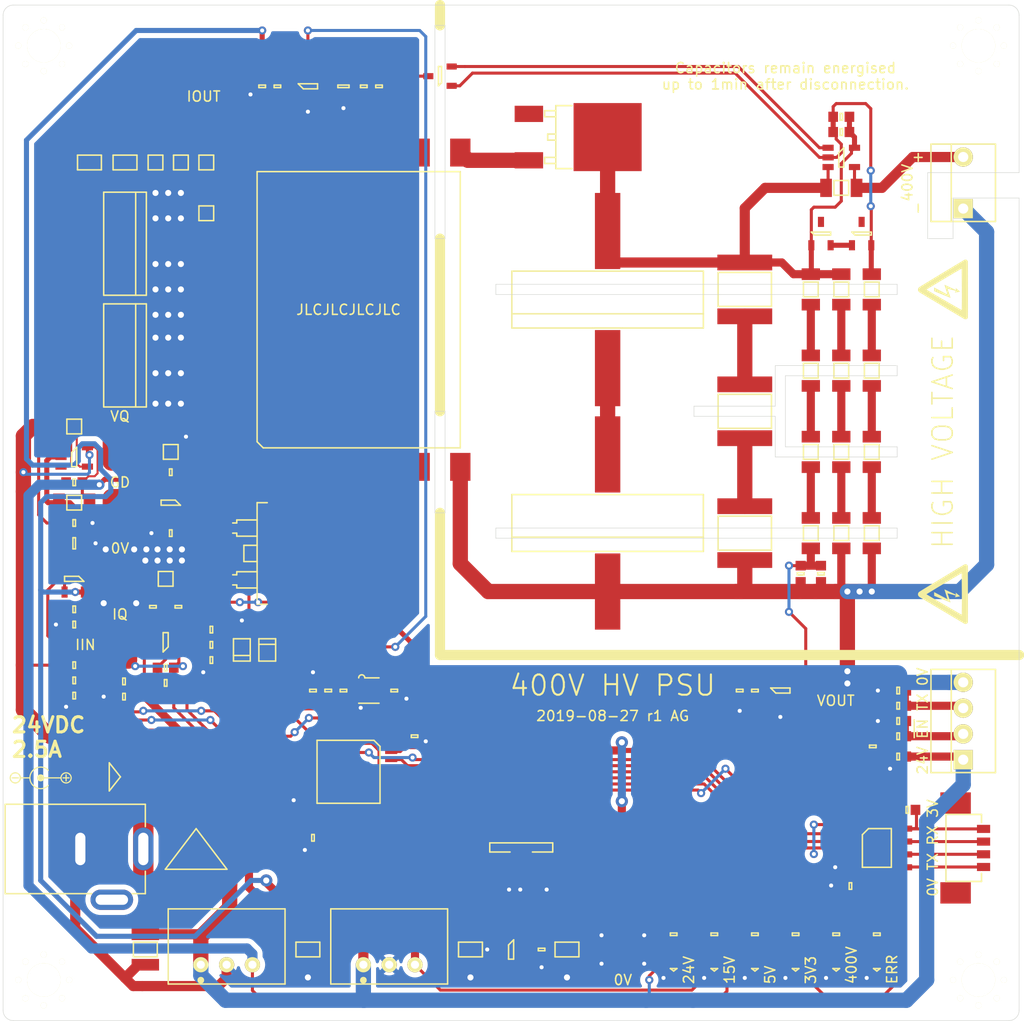
<source format=kicad_pcb>
(kicad_pcb (version 20221018) (generator pcbnew)
  (title_block (date "2019-08-28") (rev "1"))
  (layers (0 "F.Cu" signal) (31 "B.Cu" signal) (34 "B.Paste" user) (35 "F.Paste" user) (36 "B.SilkS" user "B.Silkscreen") (37 "F.SilkS" user "F.Silkscreen") (38 "B.Mask" user) (39 "F.Mask" user) (44 "Edge.Cuts" user))
  (net 0 "")
  (net 1 "GND")
  (net 2 "/VIN_MON")
  (net 3 "3v3")
  (net 4 "24v")
  (net 5 "Net-(C107-Pad1)")
  (net 6 "5v")
  (net 7 "Net-(C205-Pad1)")
  (net 8 "Net-(C206-Pad2)")
  (net 9 "15v")
  (net 10 "Net-(C214-Pad2)")
  (net 11 "Net-(C216-Pad1)")
  (net 12 "Net-(C219-Pad2)")
  (net 13 "Net-(C220-Pad2)")
  (net 14 "/VOUT_MON")
  (net 15 "Net-(C227-Pad1)")
  (net 16 "Net-(D101-Pad1)")
  (net 17 "Net-(D103-Pad2)")
  (net 18 "Net-(D104-Pad2)")
  (net 19 "Net-(D105-Pad2)")
  (net 20 "Net-(D106-Pad2)")
  (net 21 "Net-(D107-Pad2)")
  (net 22 "Net-(D108-Pad2)")
  (net 23 "Net-(D109-Pad1)")
  (net 24 "Net-(D110-Pad1)")
  (net 25 "/V_Q")
  (net 26 "Net-(D203-Pad2)")
  (net 27 "Net-(D204-Pad2)")
  (net 28 "/UART_RX")
  (net 29 "/UART_TX")
  (net 30 "Net-(IC102-Pad28)")
  (net 31 "/LED_FAULT")
  (net 32 "/LED_STAT")
  (net 33 "/~{RUN}")
  (net 34 "/SWCLK")
  (net 35 "/SWDIO")
  (net 36 "Net-(IC102-Pad22)")
  (net 37 "Net-(IC102-Pad21)")
  (net 38 "Net-(IC102-Pad20)")
  (net 39 "Net-(IC102-Pad19)")
  (net 40 "/GD")
  (net 41 "Net-(IC102-Pad15)")
  (net 42 "/I_Q")
  (net 43 "Net-(IC102-Pad11)")
  (net 44 "Net-(IC102-Pad10)")
  (net 45 "/I_OUT")
  (net 46 "/I_IN")
  (net 47 "/~{RST}")
  (net 48 "Net-(IC102-Pad3)")
  (net 49 "Net-(IC102-Pad2)")
  (net 50 "Net-(IC104-Pad4)")
  (net 51 "Net-(IC203-Pad5)")
  (net 52 "Net-(IC203-Pad1)")
  (net 53 "Net-(IC204-Pad4)")
  (net 54 "Net-(IC204-Pad3)")
  (net 55 "/Flyback/HV+")
  (net 56 "Net-(IC205-Pad1)")
  (net 57 "Net-(J101-Pad2)")
  (net 58 "Net-(P101-Pad8)")
  (net 59 "Net-(P101-Pad7)")
  (net 60 "Net-(P101-Pad6)")
  (net 61 "Net-(Q201-PadS)")
  (net 62 "Net-(R206-Pad2)")
  (net 63 "Net-(R213-Pad2)")
  (net 64 "Net-(R214-Pad2)")
  (net 65 "Net-(R215-Pad2)")
  (net 66 "Net-(R218-Pad2)")
  (net 67 "Net-(R219-Pad2)")
  (net 68 "Net-(R220-Pad2)")
  (net 69 "Net-(R222-Pad2)")
  (net 70 "Net-(R223-Pad2)")
  (net 71 "Net-(R224-Pad2)")
  (net 72 "Net-(T201-Pad8)")
  (net 73 "Net-(T201-Pad5)")
  (net 74 "/Flyback/390V")
  (net 75 "/Flyback/400V")
  (net 76 "Net-(Q201-PadD)")
  (net 77 "Net-(C222-Pad1)")
  (net 78 "Net-(C113-Pad2)")
  (net 79 "Net-(C113-Pad1)")
  (net 80 "Net-(IC105-Pad7)")
  (net 81 "Net-(IC105-Pad6)")
  (footprint "agg:0603" (layer "F.Cu") (at 107 118 180)
    (fp_text reference "C101")
    (fp_text value "100p")
  )
  (footprint "agg:1210" (layer "F.Cu") (at 155.5 143 -90)
    (fp_text reference "C102")
    (fp_text value "10µ")
  )
  (footprint "agg:0603" (layer "F.Cu") (at 138.5 117.5 -90)
    (fp_text reference "C103")
    (fp_text value "100n")
  )
  (footprint "agg:0603" (layer "F.Cu") (at 140.5 122 -90)
    (fp_text reference "C104")
    (fp_text value "100n")
  )
  (footprint "agg:0603" (layer "F.Cu") (at 130.5 132 180)
    (fp_text reference "C105")
    (fp_text value "100n")
  )
  (footprint "agg:1210" (layer "F.Cu") (at 114 143 -90)
    (fp_text reference "C106")
    (fp_text value "10µ")
  )
  (footprint "agg:0603" (layer "F.Cu") (at 130.5 117.5 90)
    (fp_text reference "C107")
    (fp_text value "1µ")
  )
  (footprint "agg:0603" (layer "F.Cu") (at 132 117.5 90)
    (fp_text reference "C108")
    (fp_text value "100n")
  )
  (footprint "agg:1210" (layer "F.Cu") (at 130 143 -90)
    (fp_text reference "C109")
    (fp_text value "10µ")
  )
  (footprint "agg:1210" (layer "F.Cu") (at 146 143 -90)
    (fp_text reference "C110")
    (fp_text value "10µ")
  )
  (footprint "agg:0603" (layer "F.Cu") (at 153 143 -90)
    (fp_text reference "C111")
    (fp_text value "1µ")
  )
  (footprint "agg:0603" (layer "F.Cu") (at 107 109.5 180)
    (fp_text reference "C202")
    (fp_text value "100n")
  )
  (footprint "agg:0603" (layer "F.Cu") (at 107 111 180)
    (fp_text reference "C204")
    (fp_text value "1µ")
  )
  (footprint "agg:0805" (layer "F.Cu") (at 107 103)
    (fp_text reference "C205")
    (fp_text value "10n")
  )
  (footprint "agg:0603" (layer "F.Cu") (at 111.9 116.6 180)
    (fp_text reference "C215")
    (fp_text value "100n")
  )
  (footprint "agg:0603" (layer "F.Cu") (at 111.9 118.1 180)
    (fp_text reference "C218")
    (fp_text value "1µ")
  )
  (footprint "agg:0603" (layer "F.Cu") (at 182.5 61 180)
    (fp_text reference "C223")
    (fp_text value "1µ")
  )
  (footprint "agg:0603" (layer "F.Cu") (at 182.5 62.5 180)
    (fp_text reference "C224")
    (fp_text value "100n")
  )
  (footprint "agg:0603" (layer "F.Cu") (at 127 58 -90)
    (fp_text reference "C225")
    (fp_text value "100n")
  )
  (footprint "agg:0603" (layer "F.Cu") (at 125.5 58 -90)
    (fp_text reference "C226")
    (fp_text value "1µ")
  )
  (footprint "agg:0805" (layer "F.Cu") (at 133.5 58 -90)
    (fp_text reference "C227")
    (fp_text value "10n")
  )
  (footprint "agg:DO-214AC-SMA" (layer "F.Cu") (at 111 126 180)
    (fp_text reference "D101")
    (fp_text value "SMAJ58A")
  )
  (footprint "agg:0603-LED" (layer "F.Cu") (at 170 145 90)
    (fp_text reference "D104")
    (fp_text value "GRN")
  )
  (footprint "agg:0603-LED" (layer "F.Cu") (at 174 145 90)
    (fp_text reference "D105")
    (fp_text value "GRN")
  )
  (footprint "agg:0603-LED" (layer "F.Cu") (at 178 145 90)
    (fp_text reference "D108")
    (fp_text value "GRN")
  )
  (footprint "agg:0603" (layer "F.Cu") (at 188.1 117.5 180)
    (fp_text reference "D109")
    (fp_text value "ESD_DIODE")
  )
  (footprint "agg:0603" (layer "F.Cu") (at 188.1 120.5 180)
    (fp_text reference "D110")
    (fp_text value "ESD_DIODE")
  )
  (footprint "agg:0603" (layer "F.Cu") (at 188.1 124 180)
    (fp_text reference "D111")
    (fp_text value "ESD_DIODE")
  )
  (footprint "agg:SOD-123" (layer "F.Cu") (at 126 113.5 -90)
    (fp_text reference "D201")
    (fp_text value "NTS245SFT1G")
  )
  (footprint "agg:SOD-123" (layer "F.Cu") (at 123.5 113.5 90)
    (fp_text reference "D202")
    (fp_text value "NTS245SFT1G")
  )
  (footprint "agg:TSR1" (layer "F.Cu") (at 122 144.5)
    (fp_text reference "IC101")
    (fp_text value "TSR 1-24150")
  )
  (footprint "agg:TSR1" (layer "F.Cu") (at 138 144.5)
    (fp_text reference "IC103")
    (fp_text value "TSR 1-2450")
  )
  (footprint "agg:SOT-23-5" (layer "F.Cu") (at 150 143)
    (fp_text reference "IC104")
    (fp_text value "NCP161")
  )
  (footprint "agg:SOT-23-5" (layer "F.Cu") (at 107 106.5 -90)
    (fp_text reference "IC202")
    (fp_text value "AD8605")
  )
  (footprint "agg:SOT-23-5" (layer "F.Cu") (at 130 58 90)
    (fp_text reference "IC206")
    (fp_text value "AD8605")
  )
  (footprint "agg:MOLEX-KK-254P-04" (layer "F.Cu") (at 194.5 120.5 90)
    (fp_text reference "J102")
    (fp_text value "CTRL")
  )
  (footprint "agg:FTSH-105-01-L-DV-K" (layer "F.Cu") (at 151 133)
    (fp_text reference "P101")
    (fp_text value "SWD")
  )
  (footprint "agg:0603" (layer "F.Cu") (at 166 141.5 -90)
    (fp_text reference "R101")
    (fp_text value "10k")
  )
  (footprint "agg:0603" (layer "F.Cu") (at 107 115)
    (fp_text reference "R102")
    (fp_text value "100k")
  )
  (footprint "agg:0603" (layer "F.Cu") (at 107 116.5 180)
    (fp_text reference "R103")
    (fp_text value "10k")
  )
  (footprint "agg:0603" (layer "F.Cu") (at 170 141.5 -90)
    (fp_text reference "R104")
    (fp_text value "10k")
  )
  (footprint "agg:0603" (layer "F.Cu") (at 174 141.5 -90)
    (fp_text reference "R105")
    (fp_text value "1k")
  )
  (footprint "agg:0603" (layer "F.Cu") (at 186 141.5 -90)
    (fp_text reference "R106")
    (fp_text value "1k")
  )
  (footprint "agg:0603" (layer "F.Cu") (at 182 141.5 -90)
    (fp_text reference "R107")
    (fp_text value "1k")
  )
  (footprint "agg:0603" (layer "F.Cu") (at 178 141.5 -90)
    (fp_text reference "R108")
    (fp_text value "1k")
  )
  (footprint "agg:0603" (layer "F.Cu") (at 185.6 123 -90)
    (fp_text reference "R109")
    (fp_text value "10k")
  )
  (footprint "agg:0603" (layer "F.Cu") (at 188.1 119 180)
    (fp_text reference "R110")
    (fp_text value "1k")
  )
  (footprint "agg:0603" (layer "F.Cu") (at 188.1 122 180)
    (fp_text reference "R111")
    (fp_text value "1k")
  )
  (footprint "agg:0603" (layer "F.Cu") (at 120.5 111.5 180)
    (fp_text reference "R206")
    (fp_text value "10k")
  )
  (footprint "agg:0603" (layer "F.Cu") (at 120.5 113)
    (fp_text reference "R207")
    (fp_text value "10k")
  )
  (footprint "agg:0603" (layer "F.Cu") (at 120.5 114.5 180)
    (fp_text reference "R208")
    (fp_text value "1k")
  )
  (footprint "agg:0603" (layer "F.Cu") (at 117.25 109.25 90)
    (fp_text reference "R209")
    (fp_text value "1k")
  )
  (footprint "agg:0603" (layer "F.Cu") (at 114.75 109.25 90)
    (fp_text reference "R210")
    (fp_text value "1k")
  )
  (footprint "agg:0603" (layer "F.Cu") (at 116 115.25 180)
    (fp_text reference "R211")
    (fp_text value "100k")
  )
  (footprint "agg:0603" (layer "F.Cu") (at 137 58 -90)
    (fp_text reference "R226")
    (fp_text value "100k")
  )
  (footprint "agg:TESTPAD" (layer "F.Cu") (at 166 138.5)
    (fp_text reference "TP101" hide)
    (fp_text value "TESTPAD" hide)
  )
  (footprint "agg:TESTPAD" (layer "F.Cu") (at 170 138.5)
    (fp_text reference "TP103" hide)
    (fp_text value "TESTPAD" hide)
  )
  (footprint "agg:TESTPAD" (layer "F.Cu") (at 174 138.5)
    (fp_text reference "TP104" hide)
    (fp_text value "TESTPAD" hide)
  )
  (footprint "agg:TESTPAD" (layer "F.Cu") (at 178 138.5)
    (fp_text reference "TP105" hide)
    (fp_text value "TESTPAD" hide)
  )
  (footprint "agg:M3_MOUNT" (layer "F.Cu") (at 104 146)
    (fp_text reference "X101" hide)
    (fp_text value "M3 MOUNT" hide)
  )
  (footprint "agg:M3_MOUNT" (layer "F.Cu") (at 196 146)
    (fp_text reference "X102" hide)
    (fp_text value "M3 MOUNT" hide)
  )
  (footprint "agg:M3_MOUNT" (layer "F.Cu") (at 104 54)
    (fp_text reference "X103" hide)
    (fp_text value "M3 MOUNT" hide)
  )
  (footprint "agg:M3_MOUNT" (layer "F.Cu") (at 196 54)
    (fp_text reference "X104" hide)
    (fp_text value "M3 MOUNT" hide)
  )
  (footprint "agg:SOT-23" (layer "F.Cu") (at 143 57 180)
    (fp_text reference "Q202")
    (fp_text value "PBHV9050T")
  )
  (footprint "agg:SOT-23-5" (layer "F.Cu") (at 116 112.75 180)
    (fp_text reference "IC204")
    (fp_text value "AD8065")
  )
  (footprint "agg:1206" (layer "F.Cu") (at 107 99 180)
    (fp_text reference "C201")
    (fp_text value "1µ")
  )
  (footprint "agg:0603" (layer "F.Cu") (at 107 101)
    (fp_text reference "R202")
    (fp_text value "100k")
  )
  (footprint "agg:SOT-23-5" (layer "F.Cu") (at 107 94.5)
    (fp_text reference "IC201")
    (fp_text value "INA139")
  )
  (footprint "agg:0603" (layer "F.Cu") (at 107 97 180)
    (fp_text reference "C203")
    (fp_text value "100n")
  )
  (footprint "agg:KEYSTONE5016" (layer "F.Cu") (at 111.5 106.5 90)
    (fp_text reference "TP206")
    (fp_text value "TESTPAD")
  )
  (footprint "agg:KEYSTONE5016" (layer "F.Cu") (at 111.5 113 90)
    (fp_text reference "TP203")
    (fp_text value "TESTPAD")
  )
  (footprint "agg:BARRELJACK" (layer "F.Cu") (at 110.7 133.1 180)
    (fp_text reference "J101")
    (fp_text value "PWR_IN")
  )
  (footprint "agg:KEYSTONE5016" (layer "F.Cu") (at 161 143)
    (fp_text reference "TP102")
    (fp_text value "TESTPAD")
  )
  (footprint "agg:XTAL-25x20" (layer "F.Cu") (at 136 117.5)
    (fp_text reference "Y101")
    (fp_text value "25M")
  )
  (footprint "agg:0603-LED" (layer "F.Cu") (at 166 145 90)
    (fp_text reference "D103")
    (fp_text value "GRN")
  )
  (footprint "agg:MOLEX-KK-254P-03" (layer "F.Cu") (at 194.5 67.5 90)
    (fp_text reference "J103")
    (fp_text value "HV_OUT")
  )
  (footprint "agg:1206" (layer "F.Cu") (at 182.5 102 -90)
    (fp_text reference "R221")
    (fp_text value "100k")
  )
  (footprint "agg:1206" (layer "F.Cu") (at 185.5 78 -90)
    (fp_text reference "R222")
    (fp_text value "499k")
  )
  (footprint "agg:1206" (layer "F.Cu") (at 185.5 94 -90)
    (fp_text reference "R224")
    (fp_text value "499k")
  )
  (footprint "agg:1206" (layer "F.Cu") (at 185.5 102 -90)
    (fp_text reference "R225")
    (fp_text value "499k")
  )
  (footprint "agg:1206" (layer "F.Cu") (at 179.5 94 -90)
    (fp_text reference "R215")
    (fp_text value "499k")
  )
  (footprint "agg:PANASONIC-SMDCAP-G" (layer "F.Cu") (at 112 73.5 180)
    (fp_text reference "C207")
    (fp_text value "100µ")
  )
  (footprint "agg:PANASONIC-SMDCAP-G" (layer "F.Cu") (at 112 84.5 180)
    (fp_text reference "C206")
    (fp_text value "100µ")
  )
  (footprint "agg:2220" (layer "F.Cu") (at 173 78 -90)
    (fp_text reference "C219")
    (fp_text value "1µ")
  )
  (footprint "agg:0603" (layer "F.Cu") (at 116.5 96)
    (fp_text reference "C213")
    (fp_text value "100n")
  )
  (footprint "agg:0603" (layer "F.Cu") (at 178.5 106 -90)
    (fp_text reference "C222")
    (fp_text value "100p")
  )
  (footprint "agg:1206" (layer "F.Cu") (at 182.5 94 -90)
    (fp_text reference "R220")
    (fp_text value "100k")
  )
  (footprint "agg:0603" (layer "F.Cu") (at 172.5 117.5 -90)
    (fp_text reference "C228")
    (fp_text value "100n")
  )
  (footprint "agg:1206" (layer "F.Cu") (at 116.5 94)
    (fp_text reference "C211")
    (fp_text value "1µ")
  )
  (footprint "agg:1210" (layer "F.Cu") (at 108.5 65.5 -90)
    (fp_text reference "C209")
    (fp_text value "10µ")
  )
  (footprint "agg:1206" (layer "F.Cu") (at 182.5 68 180)
    (fp_text reference "R228")
    (fp_text value "500m")
  )
  (footprint "agg:1206" (layer "F.Cu") (at 179.5 86 -90)
    (fp_text reference "R214")
    (fp_text value "499k")
  )
  (footprint "agg:SOT-23" (layer "F.Cu") (at 180.5 72.5 90)
    (fp_text reference "D204")
    (fp_text value "ADR5045")
  )
  (footprint "agg:1206" (layer "F.Cu") (at 120 65.5 -90)
    (fp_text reference "C214")
    (fp_text value "10n")
  )
  (footprint "agg:1206" (layer "F.Cu") (at 182.5 78 -90)
    (fp_text reference "R218")
    (fp_text value "100k")
  )
  (footprint "agg:1206" (layer "F.Cu") (at 120 70.5 -90)
    (fp_text reference "R204")
    (fp_text value "4R7")
  )
  (footprint "agg:PANASONIC-SMDCAP-K" (layer "F.Cu") (at 159.5 101 90)
    (fp_text reference "C217")
    (fp_text value "68µ")
  )
  (footprint "agg:SOT-23-5" (layer "F.Cu") (at 176.5 117.5 90)
    (fp_text reference "IC207")
    (fp_text value "AD8605")
  )
  (footprint "agg:0603" (layer "F.Cu") (at 174 117.5 -90)
    (fp_text reference "C229")
    (fp_text value "1µ")
  )
  (footprint "agg:SOT-23-5" (layer "F.Cu") (at 116.5 99 -90)
    (fp_text reference "IC203")
    (fp_text value "MCP1416")
  )
  (footprint "agg:0603" (layer "F.Cu") (at 180.5 106 -90)
    (fp_text reference "R217")
    (fp_text value "10k")
  )
  (footprint "agg:1206" (layer "F.Cu") (at 117.5 65.5 -90)
    (fp_text reference "C210")
    (fp_text value "1µ")
  )
  (footprint "agg:GA3459-BL" (layer "F.Cu") (at 135 80 90)
    (fp_text reference "T201")
    (fp_text value "GA3459-BL")
  )
  (footprint "agg:PANASONIC-SMDCAP-K" (layer "F.Cu") (at 159.5 79 90)
    (fp_text reference "C216")
    (fp_text value "68µ")
  )
  (footprint "agg:2220" (layer "F.Cu") (at 173 90 -90)
    (fp_text reference "C220")
    (fp_text value "1µ")
  )
  (footprint "agg:TESTPAD" (layer "F.Cu") (at 179 118.5 180)
    (fp_text reference "TP204" hide)
    (fp_text value "TESTPAD" hide)
  )
  (footprint "agg:DPAK_DIODE" (layer "F.Cu") (at 159.5 63 -90)
    (fp_text reference "D203")
    (fp_text value "STTH512B")
  )
  (footprint "agg:0603" (layer "F.Cu") (at 116.5 102 180)
    (fp_text reference "R203")
    (fp_text value "100k")
  )
  (footprint "agg:1206" (layer "F.Cu") (at 107 91.5)
    (fp_text reference "R201")
    (fp_text value "10m")
  )
  (footprint "agg:SOT-23" (layer "F.Cu") (at 184.5 72.5 90)
    (fp_text reference "D205")
    (fp_text value "ADR5045")
  )
  (footprint "agg:1206" (layer "F.Cu") (at 115 65.5 -90)
    (fp_text reference "C212")
    (fp_text value "1µ")
  )
  (footprint "agg:2220" (layer "F.Cu") (at 173 102 -90)
    (fp_text reference "C221")
    (fp_text value "1µ")
  )
  (footprint "agg:D2PAK_GDS" (layer "F.Cu") (at 131 104 -90)
    (fp_text reference "Q201")
    (fp_text value "STB45N60DM2AG")
  )
  (footprint "agg:1210" (layer "F.Cu") (at 112 65.5 -90)
    (fp_text reference "C208")
    (fp_text value "10µ")
  )
  (footprint "agg:1206" (layer "F.Cu") (at 185.5 86 -90)
    (fp_text reference "R223")
    (fp_text value "499k")
  )
  (footprint "agg:KEYSTONE5016" (layer "F.Cu") (at 111.5 100 -90)
    (fp_text reference "TP202")
    (fp_text value "TESTPAD")
  )
  (footprint "agg:1206" (layer "F.Cu") (at 182.5 86 -90)
    (fp_text reference "R219")
    (fp_text value "100k")
  )
  (footprint "agg:1206" (layer "F.Cu") (at 179.5 102 -90)
    (fp_text reference "R216")
    (fp_text value "499k")
  )
  (footprint "agg:1206" (layer "F.Cu") (at 179.5 78 -90)
    (fp_text reference "R213")
    (fp_text value "499k")
  )
  (footprint "agg:0603-LED" (layer "F.Cu") (at 182 145 90)
    (fp_text reference "D107")
    (fp_text value "GRN")
  )
  (footprint "psu:hv" (layer "F.Cu") (at 192.5 78 90)
    (fp_text reference "X106" hide)
    (fp_text value "HV SIGN" hide)
  )
  (footprint "psu:hv" (layer "F.Cu") (at 192.5 108 90)
    (fp_text reference "X107" hide)
    (fp_text value "HV SIGN" hide)
  )
  (footprint "agg:DO-214AB-SMC" (layer "F.Cu") (at 119 133.1 -90)
    (fp_text reference "D102")
    (fp_text value "VSSC520S-M3/9AT")
  )
  (footprint "agg:MOLEX-PICOBLADE-53398-0471" (layer "F.Cu") (at 196.5 133 -90)
    (fp_text reference "J104")
    (fp_text value "UART")
  )
  (footprint "agg:SOIC-8" (layer "F.Cu") (at 186 133)
    (fp_text reference "IC105")
    (fp_text value "ADuM1201")
  )
  (footprint "agg:0603" (layer "F.Cu") (at 189 129.25 180)
    (fp_text reference "C113")
    (fp_text value "100n")
  )
  (footprint "agg:0603" (layer "F.Cu") (at 183.4 136.75 180)
    (fp_text reference "C112")
    (fp_text value "100n")
  )
  (footprint "agg:SOT-23-5" (layer "F.Cu") (at 182.5 65)
    (fp_text reference "IC205")
    (fp_text value "INA139")
  )
  (footprint "agg:LQFP-32" (layer "F.Cu") (at 134 125.5 -90)
    (fp_text reference "IC102")
    (fp_text value "STM32F334K8T6")
  )
  (footprint "agg:0603-LED" (layer "F.Cu") (at 186 145 90)
    (fp_text reference "D106")
    (fp_text value "RED")
  )
  (footprint "agg:0603" (layer "F.Cu") (at 116 116.75 180)
    (fp_text reference "R212")
    (fp_text value "100k")
  )
  (footprint "agg:KEYSTONE5016" (layer "F.Cu") (at 111.5 93.5 90)
    (fp_text reference "TP207")
    (fp_text value "TESTPAD")
  )
  (footprint "agg:0603" (layer "F.Cu") (at 135.5 58 -90)
    (fp_text reference "R227")
    (fp_text value "100k")
  )
  (footprint "agg:TESTPAD" (layer "F.Cu") (at 122.5 59)
    (fp_text reference "TP205" hide)
    (fp_text value "TESTPAD" hide)
  )
  (footprint "agg:0603" (layer "F.Cu") (at 133.5 117.5 90)
    (fp_text reference "L101")
    (fp_text value "FB")
  )
  (footprint "agg:TESTPAD" (layer "F.Cu") (at 106 113 180)
    (fp_text reference "TP201" hide)
    (fp_text value "TESTPAD" hide)
  )
  (footprint "agg:1206" (layer "F.Cu") (at 116 106.5 180)
    (fp_text reference "R205")
    (fp_text value "10m")
  )
  (gr_circle (center 106.2 126.1) (end 105.7 126.1) (stroke (width 0.12)) (fill none) (layer "F.SilkS"))
  (gr_circle (center 101.2 126.1) (end 101.7 126.1) (stroke (width 0.12)) (fill none) (layer "F.SilkS"))
  (gr_line (start 143 114) (end 200 114) (stroke (width 1)) (layer "F.SilkS"))
  (gr_line (start 106.5 126.1) (end 105.9 126.1) (stroke (width 0.12)) (layer "F.SilkS"))
  (gr_line (start 103.6 126.1) (end 105.7 126.1) (stroke (width 0.12)) (layer "F.SilkS"))
  (gr_arc (start 104.45 126.85) (mid 102.63934 126.1) (end 104.45 125.35) (stroke (width 0.12)) (layer "F.SilkS"))
  (gr_line (start 101.5 126.1) (end 100.9 126.1) (stroke (width 0.12)) (layer "F.SilkS"))
  (gr_circle (center 103.7 126.1) (end 103.7 126.3) (stroke (width 0.3)) (fill none) (layer "F.SilkS"))
  (gr_line (start 106.2 125.8) (end 106.2 126.4) (stroke (width 0.12)) (layer "F.SilkS"))
  (gr_line (start 143 73) (end 143 90) (stroke (width 1)) (layer "F.SilkS"))
  (gr_line (start 143 100) (end 143 114) (stroke (width 1)) (layer "F.SilkS"))
  (gr_line (start 143 50) (end 143 52) (stroke (width 1)) (layer "F.SilkS"))
  (gr_line (start 102.6 126.1) (end 101.7 126.1) (stroke (width 0.12)) (layer "F.SilkS"))
  (gr_line (start 199 50) (end 101 50) (stroke (width 0.05)) (layer "Edge.Cuts"))
  (gr_line (start 200 69) (end 200 149) (stroke (width 0.05)) (layer "Edge.Cuts"))
  (gr_line (start 148.5 101.5) (end 188 101.5) (stroke (width 0.05)) (layer "Edge.Cuts"))
  (gr_line (start 148.5 77.5) (end 188 77.5) (stroke (width 0.05)) (layer "Edge.Cuts"))
  (gr_line (start 188 86.5) (end 188 85.5) (stroke (width 0.05)) (layer "Edge.Cuts"))
  (gr_line (start 188 94.5) (end 188 93.5) (stroke (width 0.05)) (layer "Edge.Cuts"))
  (gr_line (start 168 89.5) (end 176 89.5) (stroke (width 0.05)) (layer "Edge.Cuts"))
  (gr_line (start 200 66.5) (end 200 51) (stroke (width 0.05)) (layer "Edge.Cuts"))
  (gr_line (start 142.5 73) (end 142.5 52) (stroke (width 0.05)) (layer "Edge.Cuts"))
  (gr_line (start 143.5 90) (end 142.5 90) (stroke (width 0.05)) (layer "Edge.Cuts"))
  (gr_line (start 176 89.5) (end 176 85.5) (stroke (width 0.05)) (layer "Edge.Cuts"))
  (gr_line (start 176 90.5) (end 176 94.5) (stroke (width 0.05)) (layer "Edge.Cuts"))
  (gr_line (start 177 93.5) (end 177 86.5) (stroke (width 0.05)) (layer "Edge.Cuts"))
  (gr_line (start 148.5 78.5) (end 148.5 77.5) (stroke (width 0.05)) (layer "Edge.Cuts"))
  (gr_line (start 188 102.5) (end 148.5 102.5) (stroke (width 0.05)) (layer "Edge.Cuts"))
  (gr_line (start 143.5 100) (end 143.5 90) (stroke (width 0.05)) (layer "Edge.Cuts"))
  (gr_line (start 143.5 73) (end 142.5 73) (stroke (width 0.05)) (layer "Edge.Cuts"))
  (gr_arc (start 101 150) (mid 100.292893 149.707107) (end 100 149) (stroke (width 0.05)) (layer "Edge.Cuts"))
  (gr_line (start 142.5 90) (end 142.5 100) (stroke (width 0.05)) (layer "Edge.Cuts"))
  (gr_line (start 148.5 102.5) (end 148.5 101.5) (stroke (width 0.05)) (layer "Edge.Cuts"))
  (gr_line (start 142.5 52) (end 143.5 52) (stroke (width 0.05)) (layer "Edge.Cuts"))
  (gr_line (start 193.5 69) (end 193.5 73) (stroke (width 0.05)) (layer "Edge.Cuts"))
  (gr_line (start 143.5 52) (end 143.5 73) (stroke (width 0.05)) (layer "Edge.Cuts"))
  (gr_line (start 176 90.5) (end 168 90.5) (stroke (width 0.05)) (layer "Edge.Cuts"))
  (gr_line (start 188 77.5) (end 188 78.5) (stroke (width 0.05)) (layer "Edge.Cuts"))
  (gr_line (start 188 85.5) (end 176 85.5) (stroke (width 0.05)) (layer "Edge.Cuts"))
  (gr_arc (start 199 50) (mid 199.707107 50.292893) (end 200 51) (stroke (width 0.05)) (layer "Edge.Cuts"))
  (gr_arc (start 200 149) (mid 199.707107 149.707107) (end 199 150) (stroke (width 0.05)) (layer "Edge.Cuts"))
  (gr_line (start 168 90.5) (end 168 89.5) (stroke (width 0.05)) (layer "Edge.Cuts"))
  (gr_line (start 176 94.5) (end 188 94.5) (stroke (width 0.05)) (layer "Edge.Cuts"))
  (gr_line (start 100 51) (end 100 149) (stroke (width 0.05)) (layer "Edge.Cuts"))
  (gr_line (start 101 150) (end 199 150) (stroke (width 0.05)) (layer "Edge.Cuts"))
  (gr_line (start 193.5 73) (end 191 73) (stroke (width 0.05)) (layer "Edge.Cuts"))
  (gr_line (start 188 101.5) (end 188 102.5) (stroke (width 0.05)) (layer "Edge.Cuts"))
  (gr_arc (start 100 51) (mid 100.292893 50.292893) (end 101 50) (stroke (width 0.05)) (layer "Edge.Cuts"))
  (gr_line (start 142.5 100) (end 143.5 100) (stroke (width 0.05)) (layer "Edge.Cuts"))
  (gr_line (start 188 78.5) (end 148.5 78.5) (stroke (width 0.05)) (layer "Edge.Cuts"))
  (gr_line (start 200 69) (end 193.5 69) (stroke (width 0.05)) (layer "Edge.Cuts"))
  (gr_line (start 188 93.5) (end 177 93.5) (stroke (width 0.05)) (layer "Edge.Cuts"))
  (gr_line (start 177 86.5) (end 188 86.5) (stroke (width 0.05)) (layer "Edge.Cuts"))
  (gr_line (start 191 66.5) (end 200 66.5) (stroke (width 0.05)) (layer "Edge.Cuts"))
  (gr_line (start 191 73) (end 191 66.5) (stroke (width 0.05)) (layer "Edge.Cuts"))
  (gr_text "0V" (at 111.5 103.5) (layer "F.SilkS") (effects (font (size 1 1))))
  (gr_text "VQ" (at 111.5 90.5) (layer "F.SilkS") (effects (font (size 1 1))))
  (gr_text "0V" (at 161 146) (layer "F.SilkS") (effects (font (size 1 1))))
  (gr_text "400V HV PSU" (at 160 117) (layer "F.SilkS") (effects (font (size 2 2) (thickness 0.2))))
  (gr_text "+" (at 190 65 90) (layer "F.SilkS") (effects (font (size 1 1))))
  (gr_text "-" (at 190 70 90) (layer "F.SilkS") (effects (font (size 1 1))))
  (gr_text "400V" (at 189 67.5 90) (layer "F.SilkS") (effects (font (size 1 1))))
  (gr_text "HIGH VOLTAGE" (at 192.5 93 90) (layer "F.SilkS") (effects (font (size 2 2))))
  (gr_text "GD" (at 111.5 97) (layer "F.SilkS") (effects (font (size 1 1))))
  (gr_text "0V TX RX 3V" (at 191.5 133 90) (layer "F.SilkS") (effects (font (size 1 1))))
  (gr_text "IIN" (at 107 113) (layer "F.SilkS") (effects (font (size 1 1)) (justify left)))
  (gr_text "Capacitors remain energised\nup to 1min after disconnection." (at 177 57) (layer "F.SilkS") (effects (font (size 1 1))))
  (gr_text "400V" (at 183.5 146.5 90) (layer "F.SilkS") (effects (font (size 1 1)) (justify left)))
  (gr_text "24V" (at 167.5 146.5 90) (layer "F.SilkS") (effects (font (size 1 1)) (justify left)))
  (gr_text "IQ" (at 111.5 110) (layer "F.SilkS") (effects (font (size 1 1))))
  (gr_text "IOUT" (at 121.5 59) (layer "F.SilkS") (effects (font (size 1 1)) (justify right)))
  (gr_text "24VDC\n2.5A" (at 100.7 122.1) (layer "F.SilkS") (effects (font (size 1.5 1.5) (thickness 0.3)) (justify left)))
  (gr_text "3V3" (at 179.5 146.5 90) (layer "F.SilkS") (effects (font (size 1 1)) (justify left)))
  (gr_text "2019-08-27 r1 AG" (at 160 120) (layer "F.SilkS") (effects (font (size 1 1))))
  (gr_text "5V" (at 175.5 146.5 90) (layer "F.SilkS") (effects (font (size 1 1)) (justify left)))
  (gr_text "24V ~{EN} TX 0V" (at 190.5 120.5 90) (layer "F.SilkS") (effects (font (size 1 1))))
  (gr_text "ERR" (at 187.5 146.5 90) (layer "F.SilkS") (effects (font (size 1 1)) (justify left)))
  (gr_text "VOUT" (at 180 118.5) (layer "F.SilkS") (effects (font (size 1 1)) (justify left)))
  (gr_text "15V" (at 171.5 146.5 90) (layer "F.SilkS") (effects (font (size 1 1)) (justify left)))
  (gr_text "JLCJLCJLCJLC" (at 134 80) (layer "F.SilkS") (effects (font (size 1 1))))
  (segment (start 116.5 68.5) (end 116.25 69.75) (width 1) (layer "F.Cu") (net 1))
  (segment (start 117.5 68.5) (end 116.5 68.5) (width 1) (layer "F.Cu") (net 1))
  (segment (start 116.25 69.75) (end 116.25 71) (width 1) (layer "F.Cu") (net 1))
  (segment (start 117.5 71) (end 117.5 72.25) (width 1) (layer "F.Cu") (net 1))
  (segment (start 116.25 71) (end 117.5 71) (width 1) (layer "F.Cu") (net 1))
  (segment (start 116.25 72.25) (end 116.35 73.5) (width 1) (layer "F.Cu") (net 1))
  (segment (start 117.5 72.25) (end 117.5 72.5) (width 1) (layer "F.Cu") (net 1))
  (segment (start 116.25 75.5) (end 116.25 76.75) (width 1) (layer "F.Cu") (net 1))
  (segment (start 116.25 76.75) (end 116.25 78) (width 1) (layer "F.Cu") (net 1))
  (segment (start 116.25 78) (end 116.25 82.75) (width 1) (layer "F.Cu") (net 1))
  (segment (start 116.25 82.75) (end 116.35 84.5) (width 1) (layer "F.Cu") (net 1))
  (segment (start 107 99.425) (end 107 100) (width 0.5) (layer "F.Cu") (net 1))
  (segment (start 179.95 107.75) (end 181.95 107.75) (width 1.5) (layer "F.Cu") (net 1))
  (segment (start 129.7 132) (end 129.7 133.2) (width 0.3) (layer "F.Cu") (net 1))
  (segment (start 107 135.5) (end 107 133.1) (width 0.8) (layer "F.Cu") (net 1))
  (segment (start 155.5 144.5) (end 155.5 145.75) (width 1) (layer "F.Cu") (net 1))
  (segment (start 181.55 136.75) (end 181.5 136.7) (width 0.3) (layer "F.Cu") (net 1))
  (segment (start 105.7 94.5) (end 104.65 94.5) (width 0.5) (layer "F.Cu") (net 1))
  (segment (start 185.5 103.5) (end 185.5 107.75) (width 0.8) (layer "F.Cu") (net 1))
  (segment (start 107.8 102.9) (end 107.9 103) (width 0.5) (layer "F.Cu") (net 1))
  (segment (start 104.3 94.85) (end 104.3 97) (width 0.5) (layer "F.Cu") (net 1))
  (segment (start 183.1 115.6) (end 183.1 116.8) (width 1.5) (layer "F.Cu") (net 1))
  (segment (start 113.3 144.5) (end 112 145.8) (width 1) (layer "F.Cu") (net 1))
  (segment (start 114.75 106.75) (end 114.5 106.5) (width 0.3) (layer "F.Cu") (net 1))
  (segment (start 138.5 118.3) (end 139.7 118.3) (width 0.3) (layer "F.Cu") (net 1))
  (segment (start 178.5 107.7) (end 178.45 107.75) (width 0.5) (layer "F.Cu") (net 1))
  (segment (start 108.5 67) (end 112 67) (width 1) (layer "F.Cu") (net 1))
  (segment (start 172.175 107.75) (end 172.6 107.75) (width 1.5) (layer "F.Cu") (net 1))
  (segment (start 181.95 107.75) (end 183.1 107.75) (width 1.5) (layer "F.Cu") (net 1))
  (segment (start 118.15 112.75) (end 118.5 113.1) (width 0.3) (layer "F.Cu") (net 1))
  (segment (start 151 137) (end 150.9 137.1) (width 0.5) (layer "F.Cu") (net 1))
  (segment (start 183.3 134.905) (end 181.905 134.905) (width 0.3) (layer "F.Cu") (net 1))
  (segment (start 187.3 124) (end 187.3 125.2) (width 0.5) (layer "F.Cu") (net 1))
  (segment (start 117.3 94.7) (end 118 94) (width 0.8) (layer "F.Cu") (net 1))
  (segment (start 107.8 101) (end 108.8 101) (width 0.5) (layer "F.Cu") (net 1))
  (segment (start 172.5 118.3) (end 172.5 119.5) (width 0.5) (layer "F.Cu") (net 1))
  (segment (start 114 144.5) (end 113.3 144.5) (width 1) (layer "F.Cu") (net 1))
  (segment (start 187.3 117.5) (end 186.1 117.5) (width 0.5) (layer "F.Cu") (net 1))
  (segment (start 174 145.8) (end 173 145.8) (width 0.5) (layer "F.Cu") (net 1))
  (segment (start 173 107.35) (end 172.6 107.75) (width 1.5) (layer "F.Cu") (net 1))
  (segment (start 148.7 143) (end 147.65 143) (width 0.3) (layer "F.Cu") (net 1))
  (segment (start 117.3 112.75) (end 118.15 112.75) (width 0.3) (layer "F.Cu") (net 1))
  (segment (start 149.73 135.035) (end 149.73 137.03) (width 0.5) (layer "F.Cu") (net 1))
  (segment (start 117.5 72.5) (end 117.35 72.5) (width 1) (layer "F.Cu") (net 1))
  (segment (start 182 145.8) (end 181 145.8) (width 0.5) (layer "F.Cu") (net 1))
  (segment (start 129.8 128.3) (end 128.6 128.3) (width 0.3) (layer "F.Cu") (net 1))
  (segment (start 107.625 104.2) (end 107.9 103.925) (width 0.3) (layer "F.Cu") (net 1))
  (segment (start 106.2 118) (end 106.2 119.1) (width 0.3) (layer "F.Cu") (net 1))
  (segment (start 151 135.035) (end 151 137) (width 0.5) (layer "F.Cu") (net 1))
  (segment (start 111.1 116.6) (end 111.1 118.1) (width 0.3) (layer "F.Cu") (net 1))
  (segment (start 117.35 72.5) (end 116.25 72.25) (width 1) (layer "F.Cu") (net 1))
  (segment (start 107 104.45) (end 107.25 104.2) (width 0.3) (layer "F.Cu") (net 1))
  (segment (start 133.5 58.9) (end 133.5 60.15) (width 0.3) (layer "F.Cu") (net 1))
  (segment (start 106.2 111) (end 105.2 111) (width 0.3) (layer "F.Cu") (net 1))
  (segment (start 112.8 146.6) (end 112 145.8) (width 1) (layer "F.Cu") (net 1))
  (segment (start 121.2 146.6) (end 113.7 146.6) (width 1) (layer "F.Cu") (net 1))
  (segment (start 119.7 114.5) (end 119.7 115.7) (width 0.5) (layer "F.Cu") (net 1))
  (segment (start 115 67) (end 117.5 67) (width 1) (layer "F.Cu") (net 1))
  (segment (start 105.5 99) (end 106.575 99) (width 0.5) (layer "F.Cu") (net 1))
  (segment (start 107.1 140.9) (end 107.1 133.1) (width 1) (layer "F.Cu") (net 1))
  (segment (start 106.2 109.5) (end 106.2 111) (width 0.3) (layer "F.Cu") (net 1))
  (segment (start 137 58.8) (end 135.5 58.8) (width 0.3) (layer "F.Cu") (net 1))
  (segment (start 178.45 107.75) (end 179.95 107.75) (width 1.5) (layer "F.Cu") (net 1))
  (segment (start 180.5 107.2) (end 179.95 107.75) (width 0.5) (layer "F.Cu") (net 1))
  (segment (start 115.55 100.3) (end 115.55 101.85) (width 0.5) (layer "F.Cu") (net 1))
  (segment (start 115.55 101.85) (end 115.7 102) (width 0.3) (layer "F.Cu") (net 1))
  (segment (start 104.3 98.875) (end 104.425 99) (width 0.5) (layer "F.Cu") (net 1))
  (segment (start 115.7 102) (end 114.6 102) (width 0.5) (layer "F.Cu") (net 1))
  (segment (start 107.6 127.4) (end 109 126) (width 2) (layer "F.Cu") (net 1))
  (segment (start 106.2 97) (end 105.225 97) (width 0.5) (layer "F.Cu") (net 1))
  (segment (start 187.3 120.5) (end 186.1 120.5) (width 0.5) (layer "F.Cu") (net 1))
  (segment (start 117.5 67) (end 117.5 68.5) (width 1) (layer "F.Cu") (net 1))
  (segment (start 176.5 118.8) (end 176.5 120.1) (width 0.5) (layer "F.Cu") (net 1))
  (segment (start 127 58.8) (end 125.5 58.8) (width 0.3) (layer "F.Cu") (net 1))
  (segment (start 107.9 103) (end 109.1 103) (width 0.5) (layer "F.Cu") (net 1))
  (segment (start 139.1 123.5) (end 139.3 123.3) (width 0.3) (layer "F.Cu") (net 1))
  (segment (start 138.2 122.7) (end 139.3 122.7) (width 0.3) (layer "F.Cu") (net 1))
  (segment (start 173 104.65) (end 173 107.35) (width 1.5) (layer "F.Cu") (net 1))
  (segment (start 118.5 114.2) (end 118.8 114.5) (width 0.3) (layer "F.Cu") (net 1))
  (segment (start 181.905 134.905) (end 181.9 134.9) (width 0.3) (layer "F.Cu") (net 1))
  (segment (start 117.3 96) (end 117.3 94.7) (width 0.8) (layer "F.Cu") (net 1))
  (segment (start 153.54 137.06) (end 153.5 137.1) (width 0.5) (layer "F.Cu") (net 1))
  (segment (start 123.5 111.7) (end 123.5 110.6) (width 0.3) (layer "F.Cu") (net 1))
  (segment (start 135.2 118.35) (end 135.2 119.2) (width 0.3) (layer "F.Cu") (net 1))
  (segment (start 153.54 135.035) (end 153.54 137.06) (width 0.5) (layer "F.Cu") (net 1))
  (segment (start 139.3 122.7) (end 140.4 122.7) (width 0.3) (layer "F.Cu") (net 1))
  (segment (start 135.5 58.8) (end 133.6 58.8) (width 0.3) (layer "F.Cu") (net 1))
  (segment (start 116.35 73.5) (end 116.25 75.5) (width 1) (layer "F.Cu") (net 1))
  (segment (start 113.7 146.6) (end 112.8 146.6) (width 1) (layer "F.Cu") (net 1))
  (segment (start 147.75 107.75) (end 159.5 107.75) (width 1.5) (layer "F.Cu") (net 1))
  (segment (start 107.8 100.8) (end 107.8 101) (width 0.5) (layer "F.Cu") (net 1))
  (segment (start 145 95.475) (end 145 105) (width 1.5) (layer "F.Cu") (net 1))
  (segment (start 104.425 99) (end 105.5 99) (width 0.5) (layer "F.Cu") (net 1))
  (segment (start 111.1 118.1) (end 109.9 118.1) (width 0.3) (layer "F.Cu") (net 1))
  (segment (start 107.6 133.1) (end 107.6 127.4) (width 2) (layer "F.Cu") (net 1))
  (segment (start 112 67) (end 115 67) (width 1) (layer "F.Cu") (net 1))
  (segment (start 130 144.5) (end 130 145.75) (width 1) (layer "F.Cu") (net 1))
  (segment (start 114.75 108.45) (end 114.75 106.75) (width 0.3) (layer "F.Cu") (net 1))
  (segment (start 182.5 107.15) (end 183.1 107.75) (width 0.8) (layer "F.Cu") (net 1))
  (segment (start 178 145.8) (end 177 145.8) (width 0.5) (layer "F.Cu") (net 1))
  (segment (start 122 145.8) (end 121.2 146.6) (width 1) (layer "F.Cu") (net 1))
  (segment (start 186 145.8) (end 185 145.8) (width 0.5) (layer "F.Cu") (net 1))
  (segment (start 104.65 94.5) (end 104.3 94.85) (width 0.5) (layer "F.Cu") (net 1))
  (segment (start 184.3 107.75) (end 185.5 107.75) (width 1.5) (layer "F.Cu") (net 1))
  (segment (start 105.225 97) (end 104.3 97) (width 0.5) (layer "F.Cu") (net 1))
  (segment (start 112 145.8) (end 107.1 140.9) (width 1) (layer "F.Cu") (net 1))
  (segment (start 178.5 106.8) (end 178.5 107.7) (width 0.5) (layer "F.Cu") (net 1))
  (segment (start 118.5 113.1) (end 118.5 114.2) (width 0.3) (layer "F.Cu") (net 1))
  (segment (start 118.8 114.5) (end 119.7 114.5) (width 0.3) (layer "F.Cu") (net 1))
  (segment (start 130.5 116.7) (end 130.5 115.7) (width 0.3) (layer "F.Cu") (net 1))
  (segment (start 170 145.8) (end 169 145.8) (width 0.5) (layer "F.Cu") (net 1))
  (segment (start 182.5 103.5) (end 182.5 107.15) (width 0.8) (layer "F.Cu") (net 1))
  (segment (start 107.25 104.2) (end 107.625 104.2) (width 0.3) (layer "F.Cu") (net 1))
  (segment (start 107 100) (end 107.8 100.8) (width 0.5) (layer "F.Cu") (net 1))
  (segment (start 139.3 123.3) (end 139.3 122.7) (width 0.3) (layer "F.Cu") (net 1))
  (segment (start 140.4 122.7) (end 140.5 122.8) (width 0.3) (layer "F.Cu") (net 1))
  (segment (start 180.5 106.8) (end 180.5 107.2) (width 0.5) (layer "F.Cu") (net 1))
  (segment (start 183.1 107.75) (end 183.1 115.6) (width 1.5) (layer "F.Cu") (net 1))
  (segment (start 145 105) (end 147.75 107.75) (width 1.5) (layer "F.Cu") (net 1))
  (segment (start 122 144.5) (end 122 145.8) (width 1) (layer "F.Cu") (net 1))
  (segment (start 141.3 122.8) (end 141.6 122.5) (width 0.3) (layer "F.Cu") (net 1))
  (segment (start 140.5 122.8) (end 141.3 122.8) (width 0.3) (layer "F.Cu") (net 1))
  (segment (start 106.575 99) (end 107 99.425) (width 0.5) (layer "F.Cu") (net 1))
  (segment (start 130 59.3) (end 130 60.5) (width 0.3) (layer "F.Cu") (net 1))
  (segment (start 125.5 58.8) (end 124.35 58.8) (width 0.3) (layer "F.Cu") (net 1))
  (segment (start 107.8 101) (end 107.8 102.9) (width 0.5) (layer "F.Cu") (net 1))
  (segment (start 159.5 107.75) (end 172.175 107.75) (width 1.5) (layer "F.Cu") (net 1))
  (segment (start 172.5 118.3) (end 174 118.3) (width 0.5) (layer "F.Cu") (net 1))
  (segment (start 107 105.2) (end 107 104.45) (width 0.3) (layer "F.Cu") (net 1))
  (segment (start 172.6 107.75) (end 178.45 107.75) (width 1.5) (layer "F.Cu") (net 1))
  (segment (start 166 145.8) (end 165 145.8) (width 0.5) (layer "F.Cu") (net 1))
  (segment (start 146 144.5) (end 146 145.75) (width 1) (layer "F.Cu") (net 1))
  (segment (start 104.3 97) (end 104.3 98.875) (width 0.5) (layer "F.Cu") (net 1))
  (segment (start 132 116.7) (end 130.5 116.7) (width 0.5) (layer "F.Cu") (net 1))
  (segment (start 149.73 137.03) (end 149.8 137.1) (width 0.5) (layer "F.Cu") (net 1))
  (segment (start 133.6 58.8) (end 133.5 58.9) (width 0.3) (layer "F.Cu") (net 1))
  (segment (start 106.2 116.5) (end 106.2 118) (width 0.3) (layer "F.Cu") (net 1))
  (segment (start 118 94) (end 118 92.5) (width 0.8) (layer "F.Cu") (net 1))
  (segment (start 138.2 123.5) (end 139.1 123.5) (width 0.3) (layer "F.Cu") (net 1))
  (segment (start 153 143.8) (end 153 144.75) (width 0.5) (layer "F.Cu") (net 1))
  (segment (start 107 135.5) (end 107 135) (width 0.8) (layer "F.Cu") (net 1))
  (segment (start 183.1 107.75) (end 184.3 107.75) (width 1.5) (layer "F.Cu") (net 1))
  (segment (start 107.9 103.925) (end 107.9 103) (width 0.3) (layer "F.Cu") (net 1))
  (segment (start 182.6 136.75) (end 181.55 136.75) (width 0.3) (layer "F.Cu") (net 1))
  (via (at 123.5 110.6) (size 0.8) (drill 0.4) (layers "F.Cu" "B.Cu") (net 1))
  (via (at 105.2 111) (size 0.8) (drill 0.4) (layers "F.Cu" "B.Cu") (net 1))
  (via (at 128.6 128.3) (size 0.8) (drill 0.4) (layers "F.Cu" "B.Cu") (net 1))
  (via (at 115 80.5) (size 1.2) (drill 0.6) (layers "F.Cu" "B.Cu") (net 1))
  (via (at 117.5 89.25) (size 1.2) (drill 0.6) (layers "F.Cu" "B.Cu") (net 1))
  (via (at 115 78) (size 1.2) (drill 0.6) (layers "F.Cu" "B.Cu") (net 1))
  (via (at 153 144.75) (size 0.8) (drill 0.4) (layers "F.Cu" "B.Cu") (net 1))
  (via (at 153.5 137.1) (size 0.8) (drill 0.4) (layers "F.Cu" "B.Cu") (net 1))
  (via (at 116.25 89.25) (size 1.2) (drill 0.6) (layers "F.Cu" "B.Cu") (net 1))
  (via (at 108.8 101) (size 0.8) (drill 0.4) (layers "F.Cu" "B.Cu") (net 1))
  (via (at 116.25 71) (size 1.2) (drill 0.6) (layers "F.Cu" "B.Cu") (net 1))
  (via (at 116.25 82.75) (size 1.2) (drill 0.6) (layers "F.Cu" "B.Cu") (net 1))
  (via (at 181.5 136.7) (size 0.8) (drill 0.4) (layers "F.Cu" "B.Cu") (net 1))
  (via (at 116.25 75.5) (size 1.2) (drill 0.6) (layers "F.Cu" "B.Cu") (net 1))
  (via (at 113.1 108.9) (size 1.2) (drill 0.6) (layers "F.Cu" "B.Cu") (net 1))
  (via (at 186.1 120.5) (size 0.8) (drill 0.4) (layers "F.Cu" "B.Cu") (net 1))
  (via (at 163.1 141.6) (size 0.8) (drill 0.4) (layers "F.Cu" "B.Cu") (net 1))
  (via (at 172.5 119.5) (size 0.8) (drill 0.4) (layers "F.Cu" "B.Cu") (net 1))
  (via (at 158.9 144.4) (size 0.8) (drill 0.4) (layers "F.Cu" "B.Cu") (net 1))
  (via (at 169 145.8) (size 0.8) (drill 0.4) (layers "F.Cu" "B.Cu") (net 1))
  (via (at 112.9 103.6) (size 1.2) (drill 0.6) (layers "F.Cu" "B.Cu") (net 1))
  (via (at 181.9 134.9) (size 0.8) (drill 0.4) (layers "F.Cu" "B.Cu") (net 1))
  (via (at 109.1 103) (size 0.8) (drill 0.4) (layers "F.Cu" "B.Cu") (net 1))
  (via (at 114.1 103.6) (size 1.2) (drill 0.6) (layers "F.Cu" "B.Cu") (net 1))
  (via (at 183.1 107.75) (size 1.2) (drill 0.6) (layers "F.Cu" "B.Cu") (net 1))
  (via (at 173 145.8) (size 0.8) (drill 0.4) (layers "F.Cu" "B.Cu") (net 1))
  (via (at 135.2 119.2) (size 0.8) (drill 0.4) (layers "F.Cu" "B.Cu") (net 1))
  (via (at 117.5 75.5) (size 1.2) (drill 0.6) (layers "F.Cu" "B.Cu") (net 1))
  (via (at 117.6 103.6) (size 1.2) (drill 0.6) (layers "F.Cu" "B.Cu") (net 1))
  (via (at 150.9 137.1) (size 0.8) (drill 0.4) (layers "F.Cu" "B.Cu") (net 1))
  (via (at 141.6 122.5) (size 0.8) (drill 0.4) (layers "F.Cu" "B.Cu") (net 1))
  (via (at 118 92.5) (size 0.8) (drill 0.4) (layers "F.Cu" "B.Cu") (net 1))
  (via (at 115 82.75) (size 1.2) (drill 0.6) (layers "F.Cu" "B.Cu") (net 1))
  (via (at 117.5 86.25) (size 1.2) (drill 0.6) (layers "F.Cu" "B.Cu") (net 1))
  (via (at 116.4 104.7) (size 1.2) (drill 0.6) (layers "F.Cu" "B.Cu") (net 1))
  (via (at 130 145.75) (size 1.2) (drill 0.6) (layers "F.Cu" "B.Cu") (net 1))
  (via (at 119.7 115.7) (size 0.8) (drill 0.4) (layers "F.Cu" "B.Cu") (net 1))
  (via (at 183.1 115.6) (size 1.2) (drill 0.6) (layers "F.Cu" "B.Cu") (net 1))
  (via (at 155.5 145.75) (size 1.2) (drill 0.6) (layers "F.Cu" "B.Cu") (net 1))
  (via (at 116.4 103.6) (size 1.2) (drill 0.6) (layers "F.Cu" "B.Cu") (net 1))
  (via (at 146 145.75) (size 1.2) (drill 0.6) (layers "F.Cu" "B.Cu") (net 1))
  (via (at 147.65 143) (size 0.8) (drill 0.4) (layers "F.Cu" "B.Cu") (net 1))
  (via (at 186.1 117.5) (size 0.8) (drill 0.4) (layers "F.Cu" "B.Cu") (net 1))
  (via (at 117.5 78) (size 1.2) (drill 0.6) (layers "F.Cu" "B.Cu") (net 1))
  (via (at 130 60.5) (size 0.8) (drill 0.4) (layers "F.Cu" "B.Cu") (net 1))
  (via (at 114.6 102) (size 0.8) (drill 0.4) (layers "F.Cu" "B.Cu") (net 1))
  (via (at 115 68.5) (size 1.2) (drill 0.6) (layers "F.Cu" "B.Cu") (net 1))
  (via (at 124.35 58.8) (size 0.8) (drill 0.4) (layers "F.Cu" "B.Cu") (net 1))
  (via (at 116.25 80.5) (size 1.2) (drill 0.6) (layers "F.Cu" "B.Cu") (net 1))
  (via (at 129.7 133.2) (size 0.8) (drill 0.4) (layers "F.Cu" "B.Cu") (net 1))
  (via (at 181 145.8) (size 0.8) (drill 0.4) (layers "F.Cu" "B.Cu") (net 1))
  (via (at 115.2 103.6) (size 1.2) (drill 0.6) (layers "F.Cu" "B.Cu") (net 1))
  (via (at 139.7 118.3) (size 0.8) (drill 0.4) (layers "F.Cu" "B.Cu") (net 1))
  (via (at 117.6 104.7) (size 1.2) (drill 0.6) (layers "F.Cu" "B.Cu") (net 1))
  (via (at 149.8 137.1) (size 0.8) (drill 0.4) (layers "F.Cu" "B.Cu") (net 1))
  (via (at 106.2 119.1) (size 0.8) (drill 0.4) (layers "F.Cu" "B.Cu") (net 1))
  (via (at 114 104.7) (size 1.2) (drill 0.6) (layers "F.Cu" "B.Cu") (net 1))
  (via (at 117.5 68.5) (size 1.2) (drill 0.6) (layers "F.Cu" "B.Cu") (net 1))
  (via (at 117.5 80.5) (size 1.2) (drill 0.6) (layers "F.Cu" "B.Cu") (net 1))
  (via (at 158.9 141.6) (size 0.8) (drill 0.4) (layers "F.Cu" "B.Cu") (net 1))
  (via (at 185 145.8) (size 0.8) (drill 0.4) (layers "F.Cu" "B.Cu") (net 1))
  (via (at 109.9 108.9) (size 1.2) (drill 0.6) (layers "F.Cu" "B.Cu") (net 1))
  (via (at 115.2 104.7) (size 1.2) (drill 0.6) (layers "F.Cu" "B.Cu") (net 1))
  (via (at 115 89.25) (size 1.2) (drill 0.6) (layers "F.Cu" "B.Cu") (net 1))
  (via (at 133.5 60.15) (size 0.8) (drill 0.4) (layers "F.Cu" "B.Cu") (net 1))
  (via (at 116.25 86.25) (size 1.2) (drill 0.6) (layers "F.Cu" "B.Cu") (net 1))
  (via (at 183.1 116.8) (size 1.2) (drill 0.6) (layers "F.Cu" "B.Cu") (net 1))
  (via (at 130.5 115.7) (size 0.8) (drill 0.4) (layers "F.Cu" "B.Cu") (net 1))
  (via (at 187.3 125.2) (size 0.8) (drill 0.4) (layers "F.Cu" "B.Cu") (net 1))
  (via (at 115 86.25) (size 1.2) (drill 0.6) (layers "F.Cu" "B.Cu") (net 1))
  (via (at 163.1 144.4) (size 0.8) (drill 0.4) (layers "F.Cu" "B.Cu") (net 1))
  (via (at 177 145.8) (size 0.8) (drill 0.4) (layers "F.Cu" "B.Cu") (net 1))
  (via (at 116.25 78) (size 1.2) (drill 0.6) (layers "F.Cu" "B.Cu") (net 1))
  (via (at 115 71) (size 1.2) (drill 0.6) (layers "F.Cu" "B.Cu") (net 1))
  (via (at 110.1 103.6) (size 1.2) (drill 0.6) (layers "F.Cu" "B.Cu") (net 1))
  (via (at 185.5 107.75) (size 1.2) (drill 0.6) (layers "F.Cu" "B.Cu") (net 1))
  (via (at 117.5 71) (size 1.2) (drill 0.6) (layers "F.Cu" "B.Cu") (net 1))
  (via (at 165 145.8) (size 0.8) (drill 0.4) (layers "F.Cu" "B.Cu") (net 1))
  (via (at 184.3 107.75) (size 1.2) (drill 0.6) (layers "F.Cu" "B.Cu") (net 1))
  (via (at 117.5 82.75) (size 1.2) (drill 0.6) (layers "F.Cu" "B.Cu") (net 1))
  (via (at 115 75.5) (size 1.2) (drill 0.6) (layers "F.Cu" "B.Cu") (net 1))
  (via (at 109.9 118.1) (size 0.8) (drill 0.4) (layers "F.Cu" "B.Cu") (net 1))
  (via (at 116.25 68.5) (size 1.2) (drill 0.6) (layers "F.Cu" "B.Cu") (net 1))
  (via (at 176.5 120.1) (size 0.8) (drill 0.4) (layers "F.Cu" "B.Cu") (net 1))
  (segment (start 193.146498 116.7) (end 188 116.7) (width 1.5) (layer "B.Cu") (net 1))
  (segment (start 193.156498 116.69) (end 193.146498 116.7) (width 1.5) (layer "B.Cu") (net 1))
  (segment (start 194.5 116.69) (end 193.156498 116.69) (width 1.5) (layer "B.Cu") (net 1))
  (segment (start 194.15 107.75) (end 196.8 105.1) (width 1.5) (layer "B.Cu") (net 1))
  (segment (start 196.8 105.1) (end 196.8 72.34) (width 1.5) (layer "B.Cu") (net 1))
  (segment (start 184.3 107.75) (end 183.1 107.75) (width 1.5) (layer "B.Cu") (net 1))
  (segment (start 185.5 107.75) (end 194.15 107.75) (width 1.5) (layer "B.Cu") (net 1))
  (segment (start 196.8 72.34) (end 194.52501 70.06501) (width 1.5) (layer "B.Cu") (net 1))
  (segment (start 185.5 107.75) (end 184.3 107.75) (width 1.5) (layer "B.Cu") (net 1))
  (segment (start 194.52501 70.06501) (end 194.52501 70.04) (width 1.5) (layer "B.Cu") (net 1))
  (segment (start 107.8 115) (end 107.8 116.5) (width 0.3) (layer "F.Cu") (net 2))
  (segment (start 129.8 122.7) (end 122.7 122.7) (width 0.3) (layer "F.Cu") (net 2))
  (segment (start 107.8 118) (end 107.8 116.5) (width 0.3) (layer "F.Cu") (net 2))
  (segment (start 107.8 118) (end 107.8 118.8) (width 0.3) (layer "F.Cu") (net 2))
  (segment (start 122.7 122.7) (end 120.4 120.4) (width 0.3) (layer "F.Cu") (net 2))
  (segment (start 109.4 120.4) (end 111.2 120.4) (width 0.3) (layer "F.Cu") (net 2))
  (segment (start 111.2 120.4) (end 114.6 120.4) (width 0.3) (layer "F.Cu") (net 2))
  (segment (start 107.8 118.8) (end 109.4 120.4) (width 0.3) (layer "F.Cu") (net 2))
  (via (at 114.6 120.4) (size 0.8) (drill 0.4) (layers "F.Cu" "B.Cu") (net 2))
  (via (at 120.4 120.4) (size 0.8) (drill 0.4) (layers "F.Cu" "B.Cu") (net 2))
  (segment (start 114.6 120.4) (end 120.4 120.4) (width 0.3) (layer "B.Cu") (net 2))
  (segment (start 136.85 116.7) (end 136.8 116.65) (width 0.5) (layer "F.Cu") (net 3))
  (segment (start 138.5 116.7) (end 136.85 116.7) (width 0.5) (layer "F.Cu") (net 3))
  (segment (start 183.3 131.095) (end 184.375 131.095) (width 0.3) (layer "F.Cu") (net 3))
  (segment (start 131.1 137.6) (end 127.1 137.6) (width 0.8) (layer "F.Cu") (net 3))
  (segment (start 141.4 118) (end 141.4 121.2) (width 0.8) (layer "F.Cu") (net 3))
  (segment (start 187.7 146.5) (end 187.7 138.7) (width 0.3) (layer "F.Cu") (net 3))
  (segment (start 136.9 121.2) (end 136.8 121.3) (width 0.3) (layer "F.Cu") (net 3))
  (segment (start 171 122.3) (end 169.9 123.4) (width 0.5) (layer "F.Cu") (net 3))
  (segment (start 144.4 121.2) (end 141.4 121.2) (width 0.8) (layer "F.Cu") (net 3))
  (segment (start 140.5 121.2) (end 136.9 121.2) (width 0.3) (layer "F.Cu") (net 3))
  (segment (start 178 138.5) (end 179.5 138.5) (width 0.3) (layer "F.Cu") (net 3))
  (segment (start 140.1 112.7) (end 140.1 116.7) (width 0.5) (layer "F.Cu") (net 3))
  (segment (start 184.375 131.095) (end 184.5 131.22) (width 0.3) (layer "F.Cu") (net 3))
  (segment (start 172.5 116.7) (end 174 116.7) (width 0.5) (layer "F.Cu") (net 3))
  (segment (start 127 57.2) (end 125.5 57.2) (width 0.3) (layer "F.Cu") (net 3))
  (segment (start 180.8 147.5) (end 186.7 147.5) (width 0.3) (layer "F.Cu") (net 3))
  (segment (start 175.7 136.2) (end 178 138.5) (width 0.8) (layer "F.Cu") (net 3))
  (segment (start 155.5 141.5) (end 155.5 139.8) (width 0.8) (layer "F.Cu") (net 3))
  (segment (start 184.55 137.1) (end 184.2 136.75) (width 0.3) (layer "F.Cu") (net 3))
  (segment (start 141.4 121.2) (end 140.5 121.2) (width 0.8) (layer "F.Cu") (net 3))
  (segment (start 185.1 124.3) (end 185.6 123.8) (width 0.3) (layer "F.Cu") (net 3))
  (segment (start 155.5 139.8) (end 148.8 139.8) (width 0.8) (layer "F.Cu") (net 3))
  (segment (start 148.46 135.035) (end 148.46 139.46) (width 0.8) (layer "F.Cu") (net 3))
  (segment (start 152.85 142.05) (end 153 142.2) (width 0.5) (layer "F.Cu") (net 3))
  (segment (start 180 146.7) (end 180.8 147.5) (width 0.3) (layer "F.Cu") (net 3))
  (segment (start 186.7 147.5) (end 187.7 146.5) (width 0.3) (layer "F.Cu") (net 3))
  (segment (start 129.05 56.7) (end 127.5 56.7) (width 0.3) (layer "F.Cu") (net 3))
  (segment (start 136.1 137.6) (end 131.1 137.6) (width 0.8) (layer "F.Cu") (net 3))
  (segment (start 184.5 124.9) (end 185.1 124.3) (width 0.3) (layer "F.Cu") (net 3))
  (segment (start 171 117.2) (end 171 122.3) (width 0.5) (layer "F.Cu") (net 3))
  (segment (start 127.5 56.7) (end 127 57.2) (width 0.3) (layer "F.Cu") (net 3))
  (segment (start 148.46 139.46) (end 148.8 139.8) (width 0.8) (layer "F.Cu") (net 3))
  (segment (start 107.95 109.35) (end 107.8 109.5) (width 0.2) (layer "F.Cu") (net 3))
  (segment (start 184.5 131.22) (end 184.5 136.45) (width 0.3) (layer "F.Cu") (net 3))
  (segment (start 107.95 107.8) (end 107.1 107.8) (width 0.5) (layer "F.Cu") (net 3))
  (segment (start 131.2 129.7) (end 131.2 131.9) (width 0.3) (layer "F.Cu") (net 3))
  (segment (start 131.3 137.4) (end 131.1 137.6) (width 0.8) (layer "F.Cu") (net 3))
  (segment (start 140.1 116.7) (end 141.4 118) (width 0.8) (layer "F.Cu") (net 3))
  (segment (start 155.5 139.8) (end 155.5 139.1) (width 0.8) (layer "F.Cu") (net 3))
  (segment (start 160.9 136.2) (end 175.7 136.2) (width 0.8) (layer "F.Cu") (net 3))
  (segment (start 151.3 142.05) (end 152.85 142.05) (width 0.5) (layer "F.Cu") (net 3))
  (segment (start 186.1 137.1) (end 184.55 137.1) (width 0.3) (layer "F.Cu") (net 3))
  (segment (start 155.5 141.5) (end 153.7 141.5) (width 0.5) (layer "F.Cu") (net 3))
  (segment (start 138.3 139.8) (end 136.1 137.6) (width 0.8) (layer "F.Cu") (net 3))
  (segment (start 187.7 138.7) (end 186.1 137.1) (width 0.3) (layer "F.Cu") (net 3))
  (segment (start 107.8 109.5) (end 107.8 111) (width 0.3) (layer "F.Cu") (net 3))
  (segment (start 175.55 116.2) (end 174.5 116.2) (width 0.5) (layer "F.Cu") (net 3))
  (segment (start 131.3 132) (end 131.3 137.4) (width 0.8) (layer "F.Cu") (net 3))
  (segment (start 160.9 123.4) (end 146.6 123.4) (width 0.8) (layer "F.Cu") (net 3))
  (segment (start 171.5 116.7) (end 171 117.2) (width 0.5) (layer "F.Cu") (net 3))
  (segment (start 107.95 107.8) (end 107.95 109.35) (width 0.3) (layer "F.Cu") (net 3))
  (segment (start 184.5 131.22) (end 184.5 124.9) (width 0.3) (layer "F.Cu") (net 3))
  (segment (start 146.6 123.4) (end 144.4 121.2) (width 0.8) (layer "F.Cu") (net 3))
  (segment (start 140.1 116.7) (end 138.5 116.7) (width 0.8) (layer "F.Cu") (net 3))
  (segment (start 155.5 139.1) (end 158.4 136.2) (width 0.8) (layer "F.Cu") (net 3))
  (segment (start 169.9 123.4) (end 160.9 123.4) (width 0.5) (layer "F.Cu") (net 3))
  (segment (start 126 111.7) (end 139.1 111.7) (width 0.5) (layer "F.Cu") (net 3))
  (segment (start 131.2 131.9) (end 131.3 132) (width 0.3) (layer "F.Cu") (net 3))
  (segment (start 133.55 116.65) (end 133.5 116.7) (width 0.5) (layer "F.Cu") (net 3))
  (segment (start 160.9 123.4) (end 160.9 122.6) (width 0.8) (layer "F.Cu") (net 3))
  (segment (start 160.9 136.2) (end 160.9 128.4) (width 0.8) (layer "F.Cu") (net 3))
  (segment (start 184.5 136.45) (end 184.2 136.75) (width 0.3) (layer "F.Cu") (net 3))
  (segment (start 148.8 139.8) (end 138.3 139.8) (width 0.8) (layer "F.Cu") (net 3))
  (segment (start 139.1 111.7) (end 140.1 112.7) (width 0.5) (layer "F.Cu") (net 3))
  (segment (start 127.1 137.6) (end 125.9 136.4) (width 0.8) (layer "F.Cu") (net 3))
  (segment (start 178 138.5) (end 178 140.7) (width 0.3) (layer "F.Cu") (net 3))
  (segment (start 179.5 138.5) (end 180 139) (width 0.3) (layer "F.Cu") (net 3))
  (segment (start 125.9 136.4) (end 125.9 136.2) (width 0.8) (layer "F.Cu") (net 3))
  (segment (start 172.5 116.7) (end 171.5 116.7) (width 0.5) (layer "F.Cu") (net 3))
  (segment (start 158.4 136.2) (end 160.9 136.2) (width 0.8) (layer "F.Cu") (net 3))
  (segment (start 174.5 116.2) (end 174 116.7) (width 0.5) (layer "F.Cu") (net 3))
  (segment (start 153.7 141.5) (end 153 142.2) (width 0.5) (layer "F.Cu") (net 3))
  (segment (start 125.5 57.2) (end 125.5 52.5) (width 0.5) (layer "F.Cu") (net 3))
  (segment (start 135.2 116.65) (end 136.8 116.65) (width 0.5) (layer "F.Cu") (net 3))
  (segment (start 135.2 116.65) (end 133.55 116.65) (width 0.5) (layer "F.Cu") (net 3))
  (segment (start 180 139) (end 180 146.7) (width 0.3) (layer "F.Cu") (net 3))
  (via (at 160.9 128.4) (size 1.2) (drill 0.6) (layers "F.Cu" "B.Cu") (net 3))
  (via (at 125.9 136.2) (size 1.2) (drill 0.6) (layers "F.Cu" "B.Cu") (net 3))
  (via (at 107.1 107.8) (size 0.8) (drill 0.4) (layers "F.Cu" "B.Cu") (net 3))
  (via (at 125.5 52.5) (size 0.8) (drill 0.4) (layers "F.Cu" "B.Cu") (net 3))
  (via (at 160.9 122.6) (size 1.2) (drill 0.6) (layers "F.Cu" "B.Cu") (net 3))
  (segment (start 102.9 95.3) (end 102.3 94.7) (width 0.5) (layer "B.Cu") (net 3))
  (segment (start 125.9 136.2) (end 124.4 136.2) (width 0.5) (layer "B.Cu") (net 3))
  (segment (start 103.7 107.6) (end 103.7 99) (width 0.5) (layer "B.Cu") (net 3))
  (segment (start 103.7 99) (end 104.3 98.4) (width 0.5) (layer "B.Cu") (net 3))
  (segment (start 109.2 141.7) (end 103.7 136.2) (width 0.5) (layer "B.Cu") (net 3))
  (segment (start 118.9 141.7) (end 109.2 141.7) (width 0.5) (layer "B.Cu") (net 3))
  (segment (start 109 93.2) (end 107.8 93.2) (width 0.5) (layer "B.Cu") (net 3))
  (segment (start 110.6 96.7) (end 109.6 95.7) (width 0.5) (layer "B.Cu") (net 3))
  (segment (start 107.4 94.9) (end 107 95.3) (width 0.5) (layer "B.Cu") (net 3))
  (segment (start 113.1 52.5) (end 125.5 52.5) (width 0.5) (layer "B.Cu") (net 3))
  (segment (start 107.1 107.8) (end 103.9 107.8) (width 0.5) (layer "B.Cu") (net 3))
  (segment (start 160.9 128.4) (end 160.9 122.6) (width 0.8) (layer "B.Cu") (net 3))
  (segment (start 124.4 136.2) (end 118.9 141.7) (width 0.5) (layer "B.Cu") (net 3))
  (segment (start 110.6 97.9) (end 110.6 96.7) (width 0.5) (layer "B.Cu") (net 3))
  (segment (start 102.3 94.7) (end 102.3 63.3) (width 0.5) (layer "B.Cu") (net 3))
  (segment (start 104.3 98.4) (end 110.1 98.4) (width 0.5) (layer "B.Cu") (net 3))
  (segment (start 107.4 93.6) (end 107.4 94.9) (width 0.5) (layer "B.Cu") (net 3))
  (segment (start 110.1 98.4) (end 110.6 97.9) (width 0.5) (layer "B.Cu") (net 3))
  (segment (start 107 95.3) (end 102.9 95.3) (width 0.5) (layer "B.Cu") (net 3))
  (segment (start 109.6 93.8) (end 109 93.2) (width 0.5) (layer "B.Cu") (net 3))
  (segment (start 107.8 93.2) (end 107.4 93.6) (width 0.5) (layer "B.Cu") (net 3))
  (segment (start 103.7 136.2) (end 103.7 107.6) (width 0.5) (layer "B.Cu") (net 3))
  (segment (start 102.3 63.3) (end 113.1 52.5) (width 0.5) (layer "B.Cu") (net 3))
  (segment (start 109.6 95.7) (end 109.6 93.8) (width 0.5) (layer "B.Cu") (net 3))
  (segment (start 103.9 107.8) (end 103.7 107.6) (width 0.5) (layer "B.Cu") (net 3))
  (segment (start 121.575 131.825) (end 122.3 132.55) (width 1.5) (layer "F.Cu") (net 4))
  (segment (start 102.3 95.8) (end 102 95.984315) (width 0.3) (layer "F.Cu") (net 4))
  (segment (start 119 129.65) (end 119.4 129.65) (width 1.5) (layer "F.Cu") (net 4))
  (segment (start 122.3 132.55) (end 122.3 136.6) (width 1.5) (layer "F.Cu") (net 4))
  (segment (start 108.3 94.1) (end 108.5 94.3) (width 0.3) (layer "F.Cu") (net 4))
  (segment (start 134.1 141.5) (end 130 141.5) (width 1) (layer "F.Cu") (net 4))
  (segment (start 188.9 124) (end 194.19 124) (width 0.8) (layer "F.Cu") (net 4))
  (segment (start 107.8 98.3) (end 108.5 99) (width 0.3) (layer "F.Cu") (net 4))
  (segment (start 109.300001 96.110001) (end 109.010002 96.4) (width 0.2) (layer "F.Cu") (net 4))
  (segment (start 119 129.65) (end 119 127.3) (width 1.5) (layer "F.Cu") (net 4))
  (segment (start 102 115) (end 102 97.9) (width 1.5) (layer "F.Cu") (net 4))
  (segment (start 135.46 142.86) (end 134.1 141.5) (width 1) (layer "F.Cu") (net 4))
  (segment (start 122.3 132.55) (end 122.3 129.2) (width 1.5) (layer "F.Cu") (net 4))
  (segment (start 121.575 129.875) (end 119 127.3) (width 1.5) (layer "F.Cu") (net 4))
  (segment (start 122.3 129.2) (end 119 125.9) (width 1.5) (layer "F.Cu") (net 4))
  (segment (start 102 96) (end 102 92.425) (width 1.5) (layer "F.Cu") (net 4))
  (segment (start 102 95.984315) (end 102 96) (width 0.3) (layer "F.Cu") (net 4))
  (segment (start 109.05 93.55) (end 109.3 93.8) (width 0.2) (layer "F.Cu") (net 4))
  (segment (start 163.6 145.6) (end 163.6 146) (width 0.3) (layer "F.Cu") (net 4))
  (segment (start 102.184315 95.8) (end 102.3 95.8) (width 0.3) (layer "F.Cu") (net 4))
  (segment (start 166 138.5) (end 166 140.7) (width 0.3) (layer "F.Cu") (net 4))
  (segment (start 102 92.425) (end 102.925 91.5) (width 1.5) (layer "F.Cu") (net 4))
  (segment (start 119 125.9) (end 115.1 122) (width 1.5) (layer "F.Cu") (net 4))
  (segment (start 108.3 93.55) (end 109.05 93.55) (width 0.2) (layer "F.Cu") (net 4))
  (segment (start 108.4 96.4) (end 107.8 97) (width 0.2) (layer "F.Cu") (net 4))
  (segment (start 104.6 122) (end 102 119.4) (width 1.5) (layer "F.Cu") (net 4))
  (segment (start 164.5 144.7) (end 163.6 145.6) (width 0.3) (layer "F.Cu") (net 4))
  (segment (start 114 141.5) (end 119.22 141.5) (width 1) (layer "F.Cu") (net 4))
  (segment (start 119.46 141.74) (end 119.46 144.5) (width 1.5) (layer "F.Cu") (net 4))
  (segment (start 121.575 131.825) (end 121.575 129.875) (width 1.5) (layer "F.Cu") (net 4))
  (segment (start 106.45 95.45) (end 106.700001 95.199999) (width 0.2) (layer "F.Cu") (net 4))
  (segment (start 119.4 129.65) (end 121.575 131.825) (width 1.5) (layer "F.Cu") (net 4))
  (segment (start 105.7 95.45) (end 106.45 95.45) (width 0.2) (layer "F.Cu") (net 4))
  (segment (start 164.5 141.4) (end 164.5 144.7) (width 0.3) (layer "F.Cu") (net 4))
  (segment (start 119 127.3) (end 119 125.9) (width 1.5) (layer "F.Cu") (net 4))
  (segment (start 102 97.9) (end 102 96) (width 1.5) (layer "F.Cu") (net 4))
  (segment (start 122.3 138.9) (end 119.46 141.74) (width 1.5) (layer "F.Cu") (net 4))
  (segment (start 115.1 122) (end 104.6 122) (width 1.5) (layer "F.Cu") (net 4))
  (segment (start 106.3 91.5) (end 105.5 91.5) (width 0.2) (layer "F.Cu") (net 4))
  (segment (start 165.2 140.7) (end 164.5 141.4) (width 0.3) (layer "F.Cu") (net 4))
  (segment (start 166 140.7) (end 165.2 140.7) (width 0.3) (layer "F.Cu") (net 4))
  (segment (start 135.46 144.5) (end 135.46 142.86) (width 1) (layer "F.Cu") (net 4))
  (segment (start 106.2 115) (end 102 115) (width 0.3) (layer "F.Cu") (net 4))
  (segment (start 109.010002 96.4) (end 108.4 96.4) (width 0.2) (layer "F.Cu") (net 4))
  (segment (start 107.8 97) (end 107.8 98.3) (width 0.3) (layer "F.Cu") (net 4))
  (segment (start 108.3 93.55) (end 108.3 94.1) (width 0.3) (layer "F.Cu") (net 4))
  (segment (start 194.19 124) (end 194.5 124.31) (width 0.8) (layer "F.Cu") (net 4))
  (segment (start 102.925 91.5) (end 105.5 91.5) (width 1.5) (layer "F.Cu") (net 4))
  (segment (start 122.3 136.6) (end 122.3 138.9) (width 1.5) (layer "F.Cu") (net 4))
  (segment (start 106.700001 91.900001) (end 106.3 91.5) (width 0.2) (layer "F.Cu") (net 4))
  (segment (start 109.3 93.8) (end 109.300001 96.110001) (width 0.2) (layer "F.Cu") (net 4))
  (segment (start 106.700001 95.199999) (end 106.700001 91.900001) (width 0.2) (layer "F.Cu") (net 4))
  (segment (start 102 119.4) (end 102 115) (width 1.5) (layer "F.Cu") (net 4))
  (via (at 163.6 146) (size 0.8) (drill 0.4) (layers "F.Cu" "B.Cu") (net 4))
  (via (at 102 96) (size 0.8) (drill 0.4) (layers "F.Cu" "B.Cu") (net 4))
  (via (at 108.5 94.3) (size 0.8) (drill 0.4) (layers "F.Cu" "B.Cu") (net 4))
  (segment (start 190.9 146) (end 190.9 130.36) (width 1.5) (layer "B.Cu") (net 4))
  (segment (start 167.45 147.55) (end 167.9 148) (width 0.3) (layer "B.Cu") (net 4))
  (segment (start 108.5 96.029881) (end 108.329881 96.2) (width 0.3) (layer "B.Cu") (net 4))
  (segment (start 121.89934 148) (end 135.5 148) (width 1.5) (layer "B.Cu") (net 4))
  (segment (start 108.5 94.3) (end 108.5 96.029881) (width 0.3) (layer "B.Cu") (net 4))
  (segment (start 108.329881 96.2) (end 102.2 96.2) (width 0.3) (layer "B.Cu") (net 4))
  (segment (start 119.46 145.56066) (end 121.89934 148) (width 1.5) (layer "B.Cu") (net 4))
  (segment (start 163.3 148) (end 167.9 148) (width 1.5) (layer "B.Cu") (net 4))
  (segment (start 190.9 130.36) (end 194.5 126.76) (width 1.5) (layer "B.Cu") (net 4))
  (segment (start 135.5 148) (end 163.3 148) (width 1.5) (layer "B.Cu") (net 4))
  (segment (start 194.5 126.76) (end 194.5 124.31) (width 1.5) (layer "B.Cu") (net 4))
  (segment (start 163.6 147.7) (end 163.6 146) (width 0.3) (layer "B.Cu") (net 4))
  (segment (start 167.9 148) (end 188.9 148) (width 1.5) (layer "B.Cu") (net 4))
  (segment (start 135.46 147.96) (end 135.5 148) (width 1.5) (layer "B.Cu") (net 4))
  (segment (start 188.9 148) (end 190.9 146) (width 1.5) (layer "B.Cu") (net 4))
  (segment (start 102.2 96.2) (end 102 96) (width 0.3) (layer "B.Cu") (net 4))
  (segment (start 135.46 144.5) (end 135.46 147.96) (width 1.5) (layer "B.Cu") (net 4))
  (segment (start 163.3 148) (end 163.6 147.7) (width 0.3) (layer "B.Cu") (net 4))
  (segment (start 119.46 144.5) (end 119.46 145.56066) (width 1.5) (layer "B.Cu") (net 4))
  (segment (start 133.6 121.3) (end 133.6 118.4) (width 0.3) (layer "F.Cu") (net 5))
  (segment (start 133.5 118.3) (end 132 118.3) (width 0.5) (layer "F.Cu") (net 5))
  (segment (start 133.6 118.4) (end 133.5 118.3) (width 0.3) (layer "F.Cu") (net 5))
  (segment (start 132 118.3) (end 130.5 118.3) (width 0.5) (layer "F.Cu") (net 5))
  (segment (start 168.1 146.7) (end 168.1 138.5) (width 0.3) (layer "F.Cu") (net 6))
  (segment (start 114.45 113.7) (end 113.9 114.25) (width 0.3) (layer "F.Cu") (net 6))
  (segment (start 148.15 141.5) (end 148.7 142.05) (width 0.5) (layer "F.Cu") (net 6))
  (segment (start 169.3 137.3) (end 172.8 137.3) (width 0.3) (layer "F.Cu") (net 6))
  (segment (start 114.7 113.7) (end 114.45 113.7) (width 0.3) (layer "F.Cu") (net 6))
  (segment (start 143.04 147) (end 167.8 147) (width 0.3) (layer "F.Cu") (net 6))
  (segment (start 148.7 143.95) (end 149.55 143.95) (width 0.3) (layer "F.Cu") (net 6))
  (segment (start 172.8 137.3) (end 173.500001 138.000001) (width 0.3) (layer "F.Cu") (net 6))
  (segment (start 168.1 138.5) (end 169.3 137.3) (width 0.3) (layer "F.Cu") (net 6))
  (segment (start 146 141.5) (end 148.15 141.5) (width 0.5) (layer "F.Cu") (net 6))
  (segment (start 135.24 139.2) (end 126.5 139.2) (width 0.8) (layer "F.Cu") (net 6))
  (segment (start 113.9 114.25) (end 113.9 116.3) (width 0.3) (layer "F.Cu") (net 6))
  (segment (start 137.54 141.5) (end 135.24 139.2) (width 0.8) (layer "F.Cu") (net 6))
  (segment (start 167.8 147) (end 168.1 146.7) (width 0.3) (layer "F.Cu") (net 6))
  (segment (start 174 138.5) (end 174 140.7) (width 0.3) (layer "F.Cu") (net 6))
  (segment (start 140.54 144.5) (end 140.54 141.84) (width 0.8) (layer "F.Cu") (net 6))
  (segment (start 112.7 118.1) (end 112.7 116.6) (width 0.3) (layer "F.Cu") (net 6))
  (segment (start 140.54 141.84) (end 140.2 141.5) (width 0.8) (layer "F.Cu") (net 6))
  (segment (start 124.2 128.325) (end 113.975 118.1) (width 0.8) (layer "F.Cu") (net 6))
  (segment (start 124.2 136.9) (end 124.2 128.325) (width 0.8) (layer "F.Cu") (net 6))
  (segment (start 126.5 139.2) (end 124.2 136.9) (width 0.8) (layer "F.Cu") (net 6))
  (segment (start 149.85 143.65) (end 149.85 142.25) (width 0.3) (layer "F.Cu") (net 6))
  (segment (start 113.975 118.1) (end 112.7 118.1) (width 0.8) (layer "F.Cu") (net 6))
  (segment (start 149.65 142.05) (end 148.7 142.05) (width 0.3) (layer "F.Cu") (net 6))
  (segment (start 149.85 142.25) (end 149.65 142.05) (width 0.3) (layer "F.Cu") (net 6))
  (segment (start 113.6 116.6) (end 112.7 116.6) (width 0.3) (layer "F.Cu") (net 6))
  (segment (start 140.54 144.5) (end 143.04 147) (width 0.3) (layer "F.Cu") (net 6))
  (segment (start 146 141.5) (end 140.2 141.5) (width 0.8) (layer "F.Cu") (net 6))
  (segment (start 113.9 116.3) (end 113.6 116.6) (width 0.3) (layer "F.Cu") (net 6))
  (segment (start 173.500001 138.000001) (end 174 138.5) (width 0.3) (layer "F.Cu") (net 6))
  (segment (start 149.55 143.95) (end 149.85 143.65) (width 0.3) (layer "F.Cu") (net 6))
  (segment (start 140.2 141.5) (end 137.54 141.5) (width 0.8) (layer "F.Cu") (net 6))
  (segment (start 106.2 101) (end 106.2 102.9) (width 0.5) (layer "F.Cu") (net 7))
  (segment (start 103.5 100.2) (end 104.3 101) (width 0.3) (layer "F.Cu") (net 7))
  (segment (start 105.7 93.55) (end 104.35 93.55) (width 0.3) (layer "F.Cu") (net 7))
  (segment (start 104.3 101) (end 106.2 101) (width 0.3) (layer "F.Cu") (net 7))
  (segment (start 106.1 105.15) (end 106.05 105.2) (width 0.2) (layer "F.Cu") (net 7))
  (segment (start 103.5 94.4) (end 103.5 100.2) (width 0.3) (layer "F.Cu") (net 7))
  (segment (start 106.1 103) (end 106.1 105.15) (width 0.3) (layer "F.Cu") (net 7))
  (segment (start 104.35 93.55) (end 103.5 94.4) (width 0.3) (layer "F.Cu") (net 7))
  (segment (start 106.2 102.9) (end 106.1 103) (width 0.5) (layer "F.Cu") (net 7))
  (segment (start 120 64) (end 124.475 64) (width 1) (layer "F.Cu") (net 8))
  (segment (start 107.250011 95.150011) (end 107.250011 91.849989) (width 0.2) (layer "F.Cu") (net 8))
  (segment (start 107.55 95.45) (end 107.250011 95.150011) (width 0.2) (layer "F.Cu") (net 8))
  (segment (start 115 64) (end 112 64) (width 1) (layer "F.Cu") (net 8))
  (segment (start 125 64.525) (end 129 64.525) (width 1) (layer "F.Cu") (net 8))
  (segment (start 117.5 64) (end 115 64) (width 1) (layer "F.Cu") (net 8))
  (segment (start 106.15 64) (end 108.5 64) (width 1) (layer "F.Cu") (net 8))
  (segment (start 106.7 73.5) (end 105.7 72.5) (width 1) (layer "F.Cu") (net 8))
  (segment (start 133 64.525) (end 137 64.525) (width 1) (layer "F.Cu") (net 8))
  (segment (start 120 64) (end 117.5 64) (width 1) (layer "F.Cu") (net 8))
  (segment (start 129 64.525) (end 133 64.525) (width 1) (layer "F.Cu") (net 8))
  (segment (start 107.6 91.5) (end 108.5 91.5) (width 0.2) (layer "F.Cu") (net 8))
  (segment (start 108.5 85.35) (end 107.65 84.5) (width 1) (layer "F.Cu") (net 8))
  (segment (start 107.250011 91.849989) (end 107.6 91.5) (width 0.2) (layer "F.Cu") (net 8))
  (segment (start 108.3 95.45) (end 107.55 95.45) (width 0.2) (layer "F.Cu") (net 8))
  (segment (start 108.5 91.5) (end 108.5 85.35) (width 1) (layer "F.Cu") (net 8))
  (segment (start 124.475 64) (end 125 64.525) (width 1) (layer "F.Cu") (net 8))
  (segment (start 107.65 84.5) (end 107.65 73.5) (width 1) (layer "F.Cu") (net 8))
  (segment (start 105.7 64.45) (end 106.15 64) (width 1) (layer "F.Cu") (net 8))
  (segment (start 105.7 72.5) (end 105.7 64.45) (width 1) (layer "F.Cu") (net 8))
  (segment (start 112 64) (end 108.5 64) (width 1) (layer "F.Cu") (net 8))
  (segment (start 107.65 73.5) (end 106.7 73.5) (width 1) (layer "F.Cu") (net 8))
  (segment (start 171.25 141.15) (end 171.25 147.1) (width 0.3) (layer "F.Cu") (net 9))
  (segment (start 170.8 140.7) (end 171.25 141.15) (width 0.3) (layer "F.Cu") (net 9))
  (segment (start 171.25 147.1) (end 170.7 147.65) (width 0.3) (layer "F.Cu") (net 9))
  (segment (start 114.2 96.3) (end 113.8 96.7) (width 0.5) (layer "F.Cu") (net 9))
  (segment (start 116.5 97.1) (end 115.7 96.3) (width 0.3) (layer "F.Cu") (net 9))
  (segment (start 115 94.3) (end 114.2 95.1) (width 0.5) (layer "F.Cu") (net 9))
  (segment (start 115.7 94.7) (end 115 94) (width 0.8) (layer "F.Cu") (net 9))
  (segment (start 116.5 97.7) (end 116.5 97.1) (width 0.3) (layer "F.Cu") (net 9))
  (segment (start 170 138.5) (end 170 140.7) (width 0.3) (layer "F.Cu") (net 9))
  (segment (start 125.15 147.65) (end 170.7 147.65) (width 0.3) (layer "F.Cu") (net 9))
  (segment (start 170 140.7) (end 170.8 140.7) (width 0.3) (layer "F.Cu") (net 9))
  (segment (start 124.54 144.5) (end 124.54 147.04) (width 0.3) (layer "F.Cu") (net 9))
  (segment (start 114.2 95.1) (end 114.2 96.3) (width 0.5) (layer "F.Cu") (net 9))
  (segment (start 115.7 96) (end 115.7 94.7) (width 0.8) (layer "F.Cu") (net 9))
  (segment (start 110.002258 96.7) (end 109.472367 97.229891) (width 0.5) (layer "F.Cu") (net 9))
  (segment (start 124.54 147.04) (end 125.15 147.65) (width 0.3) (layer "F.Cu") (net 9))
  (segment (start 113.8 96.7) (end 110.002258 96.7) (width 0.5) (layer "F.Cu") (net 9))
  (segment (start 115.7 96.3) (end 115.7 96) (width 0.3) (layer "F.Cu") (net 9))
  (segment (start 115 94) (end 115 94.3) (width 0.5) (layer "F.Cu") (net 9))
  (via (at 109.472367 97.229891) (size 1) (drill 0.5) (layers "F.Cu" "B.Cu") (net 9))
  (segment (start 108.7 142.9) (end 102.5 136.7) (width 1) (layer "B.Cu") (net 9))
  (segment (start 124.54 144.5) (end 124.54 143.43934) (width 1) (layer "B.Cu") (net 9))
  (segment (start 124.00066 142.9) (end 108.7 142.9) (width 1) (layer "B.Cu") (net 9))
  (segment (start 102.5 98.3) (end 103.570109 97.229891) (width 1) (layer "B.Cu") (net 9))
  (segment (start 124.54 143.43934) (end 124.00066 142.9) (width 1) (layer "B.Cu") (net 9))
  (segment (start 102.5 136.7) (end 102.5 98.3) (width 1) (layer "B.Cu") (net 9))
  (segment (start 103.570109 97.229891) (end 109.472367 97.229891) (width 1) (layer "B.Cu") (net 9))
  (segment (start 120 67) (end 120 69) (width 1) (layer "F.Cu") (net 10))
  (segment (start 159.5 85.75) (end 159.5 94.25) (width 1.5) (layer "F.Cu") (net 11))
  (segment (start 173 80.65) (end 173 87.35) (width 1.5) (layer "F.Cu") (net 12))
  (segment (start 173 92.65) (end 173 99.35) (width 1.5) (layer "F.Cu") (net 13))
  (segment (start 175.55 119.05) (end 170.3 124.3) (width 0.3) (layer "F.Cu") (net 14))
  (segment (start 175.55 118.8) (end 175.55 119.05) (width 0.3) (layer "F.Cu") (net 14))
  (segment (start 140.5 124.3) (end 140.3 124.1) (width 0.3) (layer "F.Cu") (net 14))
  (segment (start 170.3 124.3) (end 140.5 124.3) (width 0.3) (layer "F.Cu") (net 14))
  (segment (start 175.55 118.8) (end 175.55 117.95) (width 0.3) (layer "F.Cu") (net 14))
  (segment (start 177.45 117.15) (end 177.45 116.2) (width 0.3) (layer "F.Cu") (net 14))
  (segment (start 132.8 121.3) (end 132.8 122.2) (width 0.3) (layer "F.Cu") (net 14))
  (segment (start 132.8 122.2) (end 134.2 123.6) (width 0.3) (layer "F.Cu") (net 14))
  (segment (start 177.1 117.5) (end 177.45 117.15) (width 0.3) (layer "F.Cu") (net 14))
  (segment (start 175.55 117.95) (end 176 117.5) (width 0.3) (layer "F.Cu") (net 14))
  (segment (start 134.2 123.6) (end 136 123.6) (width 0.3) (layer "F.Cu") (net 14))
  (segment (start 176 117.5) (end 177.1 117.5) (width 0.3) (layer "F.Cu") (net 14))
  (via (at 136 123.6) (size 0.8) (drill 0.4) (layers "F.Cu" "B.Cu") (net 14))
  (via (at 140.3 124.1) (size 0.8) (drill 0.4) (layers "F.Cu" "B.Cu") (net 14))
  (segment (start 140.3 124.1) (end 136.5 124.1) (width 0.3) (layer "B.Cu") (net 14))
  (segment (start 136.5 124.1) (end 136 123.6) (width 0.3) (layer "B.Cu") (net 14))
  (segment (start 136.15 123.45) (end 136 123.6) (width 0.3) (layer "B.Cu") (net 14))
  (segment (start 137 57.2) (end 135.5 57.2) (width 0.3) (layer "F.Cu") (net 15))
  (segment (start 141.85 57) (end 137.2 57) (width 0.3) (layer "F.Cu") (net 15))
  (segment (start 135.5 57.2) (end 133.6 57.2) (width 0.3) (layer "F.Cu") (net 15))
  (segment (start 133.6 57.2) (end 133.5 57.1) (width 0.3) (layer "F.Cu") (net 15))
  (segment (start 130.95 58.45) (end 132.3 57.1) (width 0.3) (layer "F.Cu") (net 15))
  (segment (start 130.95 59.3) (end 130.95 58.45) (width 0.3) (layer "F.Cu") (net 15))
  (segment (start 132.3 57.1) (end 132.475 57.1) (width 0.3) (layer "F.Cu") (net 15))
  (segment (start 132.475 57.1) (end 133.5 57.1) (width 0.3) (layer "F.Cu") (net 15))
  (segment (start 137.2 57) (end 137 57.2) (width 0.3) (layer "F.Cu") (net 15))
  (segment (start 113.8 133.1) (end 113.8 126.8) (width 2) (layer "F.Cu") (net 16))
  (segment (start 119 136.55) (end 114.55 136.55) (width 2) (layer "F.Cu") (net 16))
  (segment (start 114.55 136.55) (end 113.8 135.8) (width 2) (layer "F.Cu") (net 16))
  (segment (start 113.8 126.8) (end 113 126) (width 2) (layer "F.Cu") (net 16))
  (segment (start 113.8 135.8) (end 113.8 133.1) (width 2) (layer "F.Cu") (net 16))
  (segment (start 166 142.3) (end 166 144.2) (width 0.3) (layer "F.Cu") (net 17))
  (segment (start 170 142.3) (end 170 144.2) (width 0.3) (layer "F.Cu") (net 18))
  (segment (start 174 142.3) (end 174 144.2) (width 0.3) (layer "F.Cu") (net 19))
  (segment (start 186 142.3) (end 186 144.2) (width 0.3) (layer "F.Cu") (net 20))
  (segment (start 182 142.3) (end 182 144.2) (width 0.3) (layer "F.Cu") (net 21))
  (segment (start 178 142.3) (end 178 144.2) (width 0.3) (layer "F.Cu") (net 22))
  (segment (start 194.27 119) (end 194.5 119.23) (width 0.8) (layer "F.Cu") (net 23))
  (segment (start 188.9 119) (end 194.27 119) (width 0.8) (layer "F.Cu") (net 23))
  (segment (start 188.9 119) (end 188.9 117.5) (width 0.5) (layer "F.Cu") (net 23))
  (segment (start 188.9 120.5) (end 188.9 122) (width 0.5) (layer "F.Cu") (net 24))
  (segment (start 188.9 122) (end 194.27 122) (width 0.8) (layer "F.Cu") (net 24))
  (segment (start 194.27 122) (end 194.5 121.77) (width 0.8) (layer "F.Cu") (net 24))
  (segment (start 121.3 116.3) (end 121.3 115.2) (width 0.3) (layer "F.Cu") (net 25))
  (segment (start 130.9 125.3) (end 130.7 125.1) (width 0.3) (layer "F.Cu") (net 25))
  (segment (start 123.8 125.1) (end 118.1 119.4) (width 0.3) (layer "F.Cu") (net 25))
  (segment (start 129.8 125.1) (end 123.8 125.1) (width 0.3) (layer "F.Cu") (net 25))
  (segment (start 118.7 116.8) (end 120.8 116.8) (width 0.3) (layer "F.Cu") (net 25))
  (segment (start 130.7 125.1) (end 129.8 125.1) (width 0.3) (layer "F.Cu") (net 25))
  (segment (start 121.3 113) (end 121.3 114.5) (width 0.3) (layer "F.Cu") (net 25))
  (segment (start 130.9 126.5) (end 130.9 125.3) (width 0.3) (layer "F.Cu") (net 25))
  (segment (start 129.8 126.7) (end 130.7 126.7) (width 0.3) (layer "F.Cu") (net 25))
  (segment (start 120.8 116.8) (end 121.3 116.3) (width 0.3) (layer "F.Cu") (net 25))
  (segment (start 118.1 117.4) (end 118.7 116.8) (width 0.3) (layer "F.Cu") (net 25))
  (segment (start 122.7 114.5) (end 123.5 115.3) (width 0.3) (layer "F.Cu") (net 25))
  (segment (start 130.7 126.7) (end 130.9 126.5) (width 0.3) (layer "F.Cu") (net 25))
  (segment (start 118.1 119.4) (end 118.1 117.4) (width 0.3) (layer "F.Cu") (net 25))
  (segment (start 121.3 114.5) (end 122.7 114.5) (width 0.3) (layer "F.Cu") (net 25))
  (segment (start 123.5 115.3) (end 126 115.3) (width 0.3) (layer "F.Cu") (net 25))
  (segment (start 121.3 115.2) (end 121.3 114.5) (width 0.3) (layer "F.Cu") (net 25))
  (segment (start 145.761 65.286) (end 145 64.525) (width 1.5) (layer "F.Cu") (net 26))
  (segment (start 151.75 65.286) (end 145.761 65.286) (width 1.5) (layer "F.Cu") (net 26))
  (segment (start 181.45 73.65) (end 183.55 73.65) (width 0.5) (layer "F.Cu") (net 27))
  (segment (start 177.065 132.365) (end 183.3 132.365) (width 0.3) (layer "F.Cu") (net 28))
  (segment (start 139.2 124.3) (end 139.8 124.9) (width 0.3) (layer "F.Cu") (net 28))
  (segment (start 169.6 124.9) (end 177.065 132.365) (width 0.3) (layer "F.Cu") (net 28))
  (segment (start 138.2 124.3) (end 139.2 124.3) (width 0.3) (layer "F.Cu") (net 28))
  (segment (start 139.8 124.9) (end 169.6 124.9) (width 0.3) (layer "F.Cu") (net 28))
  (segment (start 139.5 125.5) (end 169.4 125.5) (width 0.3) (layer "F.Cu") (net 29))
  (segment (start 176.9 133) (end 179.8 133) (width 0.3) (layer "F.Cu") (net 29))
  (segment (start 179.8 133) (end 179.8 133.6) (width 0.3) (layer "F.Cu") (net 29))
  (segment (start 179.8 133) (end 182.1 133) (width 0.3) (layer "F.Cu") (net 29))
  (segment (start 182.1 133) (end 182.735 133.635) (width 0.3) (layer "F.Cu") (net 29))
  (segment (start 139.1 125.1) (end 139.5 125.5) (width 0.3) (layer "F.Cu") (net 29))
  (segment (start 183.2 120.9) (end 185.1 119) (width 0.3) (layer "F.Cu") (net 29))
  (segment (start 179.8 130.7) (end 181.1 130.7) (width 0.3) (layer "F.Cu") (net 29))
  (segment (start 185.1 119) (end 187.3 119) (width 0.3) (layer "F.Cu") (net 29))
  (segment (start 183.2 128.6) (end 183.2 120.9) (width 0.3) (layer "F.Cu") (net 29))
  (segment (start 169.4 125.5) (end 176.9 133) (width 0.3) (layer "F.Cu") (net 29))
  (segment (start 181.1 130.7) (end 183.2 128.6) (width 0.3) (layer "F.Cu") (net 29))
  (segment (start 182.735 133.635) (end 183.3 133.635) (width 0.3) (layer "F.Cu") (net 29))
  (segment (start 138.2 125.1) (end 139.1 125.1) (width 0.3) (layer "F.Cu") (net 29))
  (via (at 179.8 130.7) (size 0.8) (drill 0.4) (layers "F.Cu" "B.Cu") (net 29))
  (via (at 179.8 133.6) (size 0.8) (drill 0.4) (layers "F.Cu" "B.Cu") (net 29))
  (segment (start 179.8 133.6) (end 179.8 130.7) (width 0.3) (layer "B.Cu") (net 29))
  (segment (start 184.7 139.4) (end 182.5 139.4) (width 0.3) (layer "F.Cu") (net 31))
  (segment (start 139.8 126.1) (end 139.2 126.7) (width 0.3) (layer "F.Cu") (net 31))
  (segment (start 182.5 139.4) (end 169.2 126.1) (width 0.3) (layer "F.Cu") (net 31))
  (segment (start 169.2 126.1) (end 139.8 126.1) (width 0.3) (layer "F.Cu") (net 31))
  (segment (start 186 140.7) (end 184.7 139.4) (width 0.3) (layer "F.Cu") (net 31))
  (segment (start 139.2 126.7) (end 138.2 126.7) (width 0.3) (layer "F.Cu") (net 31))
  (segment (start 139.2 127.5) (end 138.2 127.5) (width 0.3) (layer "F.Cu") (net 32))
  (segment (start 140 126.7) (end 139.2 127.5) (width 0.3) (layer "F.Cu") (net 32))
  (segment (start 182 140.7) (end 182 139.7) (width 0.3) (layer "F.Cu") (net 32))
  (segment (start 169 126.7) (end 140 126.7) (width 0.3) (layer "F.Cu") (net 32))
  (segment (start 182 139.7) (end 169 126.7) (width 0.3) (layer "F.Cu") (net 32))
  (segment (start 185.6 122.2) (end 187.1 122.2) (width 0.3) (layer "F.Cu") (net 33))
  (segment (start 183.8 123) (end 184.6 122.2) (width 0.3) (layer "F.Cu") (net 33))
  (segment (start 168.7 127.6) (end 168.4 127.3) (width 0.3) (layer "F.Cu") (net 33))
  (segment (start 187.1 122.2) (end 187.3 122) (width 0.3) (layer "F.Cu") (net 33))
  (segment (start 183.8 128.9) (end 183.8 123) (width 0.3) (layer "F.Cu") (net 33))
  (segment (start 171.1 125.2) (end 177.5 131.6) (width 0.3) (layer "F.Cu") (net 33))
  (segment (start 184.6 122.2) (end 185.6 122.2) (width 0.3) (layer "F.Cu") (net 33))
  (segment (start 177.5 131.6) (end 181.1 131.6) (width 0.3) (layer "F.Cu") (net 33))
  (segment (start 140.3 127.3) (end 139.3 128.3) (width 0.3) (layer "F.Cu") (net 33))
  (segment (start 139.3 128.3) (end 138.2 128.3) (width 0.3) (layer "F.Cu") (net 33))
  (segment (start 181.1 131.6) (end 183.8 128.9) (width 0.3) (layer "F.Cu") (net 33))
  (segment (start 168.4 127.3) (end 140.3 127.3) (width 0.3) (layer "F.Cu") (net 33))
  (via (at 168.7 127.6) (size 0.8) (drill 0.4) (layers "F.Cu" "B.Cu") (net 33))
  (via (at 171.1 125.2) (size 0.8) (drill 0.4) (layers "F.Cu" "B.Cu") (net 33))
  (segment (start 168.7 127.6) (end 171.1 125.2) (width 0.3) (layer "B.Cu") (net 33))
  (segment (start 139.7 129.7) (end 140.9 128.5) (width 0.3) (layer "F.Cu") (net 34))
  (segment (start 149.73 128.93) (end 149.73 130.965) (width 0.3) (layer "F.Cu") (net 34))
  (segment (start 136.8 129.7) (end 139.7 129.7) (width 0.3) (layer "F.Cu") (net 34))
  (segment (start 149.3 128.5) (end 149.73 128.93) (width 0.3) (layer "F.Cu") (net 34))
  (segment (start 140.9 128.5) (end 149.3 128.5) (width 0.3) (layer "F.Cu") (net 34))
  (segment (start 137.2 130.9) (end 137.8 130.3) (width 0.3) (layer "F.Cu") (net 35))
  (segment (start 136 129.7) (end 136 130.6) (width 0.3) (layer "F.Cu") (net 35))
  (segment (start 140 130.3) (end 141.2 129.1) (width 0.3) (layer "F.Cu") (net 35))
  (segment (start 136.3 130.9) (end 137.2 130.9) (width 0.3) (layer "F.Cu") (net 35))
  (segment (start 148.46 129.27) (end 148.46 130.965) (width 0.3) (layer "F.Cu") (net 35))
  (segment (start 141.2 129.1) (end 148.29 129.1) (width 0.3) (layer "F.Cu") (net 35))
  (segment (start 136 130.6) (end 136.3 130.9) (width 0.3) (layer "F.Cu") (net 35))
  (segment (start 137.8 130.3) (end 140 130.3) (width 0.3) (layer "F.Cu") (net 35))
  (segment (start 148.29 129.1) (end 148.46 129.27) (width 0.3) (layer "F.Cu") (net 35))
  (segment (start 127.2 118.7) (end 130.4 121.9) (width 0.3) (layer "F.Cu") (net 40))
  (segment (start 123.2 98.7) (end 124.2 99.7) (width 0.3) (layer "F.Cu") (net 40))
  (segment (start 124.8 113.2) (end 125.2 113.6) (width 0.3) (layer "F.Cu") (net 40))
  (segment (start 132 129.7) (end 132 123.5) (width 0.3) (layer "F.Cu") (net 40))
  (segment (start 126.7 113.6) (end 127.2 114.1) (width 0.3) (layer "F.Cu") (net 40))
  (segment (start 124.8 110.3) (end 124.8 113.2) (width 0.3) (layer "F.Cu") (net 40))
  (segment (start 115.7 98.7) (end 123.2 98.7) (width 0.3) (layer "F.Cu") (net 40))
  (segment (start 115.55 97.7) (end 115.55 98.55) (width 0.3) (layer "F.Cu") (net 40))
  (segment (start 125.2 113.6) (end 126.7 113.6) (width 0.3) (layer "F.Cu") (net 40))
  (segment (start 127.2 114.1) (end 127.2 118.7) (width 0.3) (layer "F.Cu") (net 40))
  (segment (start 124.2 109.7) (end 124.8 110.3) (width 0.3) (layer "F.Cu") (net 40))
  (segment (start 132 123.5) (end 130.9 122.4) (width 0.3) (layer "F.Cu") (net 40))
  (segment (start 130.9 122.4) (end 130.4 121.9) (width 0.2) (layer "F.Cu") (net 40))
  (segment (start 124.2 99.7) (end 124.2 109.7) (width 0.3) (layer "F.Cu") (net 40))
  (segment (start 115.55 98.55) (end 115.7 98.7) (width 0.3) (layer "F.Cu") (net 40))
  (segment (start 116.8 115.25) (end 116.8 116.75) (width 0.3) (layer "F.Cu") (net 42))
  (segment (start 117.3 113.7) (end 117.3 114.75) (width 0.3) (layer "F.Cu") (net 42))
  (segment (start 117.7 115.1) (end 116.95 115.1) (width 0.3) (layer "F.Cu") (net 42))
  (segment (start 129.8 125.9) (end 123.5 125.9) (width 0.3) (layer "F.Cu") (net 42))
  (segment (start 111.5 113) (end 111.5 113.6) (width 0.3) (layer "F.Cu") (net 42))
  (segment (start 116.8 119.2) (end 116.8 116.75) (width 0.3) (layer "F.Cu") (net 42))
  (segment (start 117.3 114.75) (end 116.8 115.25) (width 0.3) (layer "F.Cu") (net 42))
  (segment (start 123.5 125.9) (end 116.8 119.2) (width 0.3) (layer "F.Cu") (net 42))
  (segment (start 116.95 115.1) (end 116.8 115.25) (width 0.3) (layer "F.Cu") (net 42))
  (segment (start 116.8 116.775) (end 116.8 116.75) (width 0.3) (layer "F.Cu") (net 42))
  (segment (start 111.5 113.6) (end 113 115.1) (width 0.3) (layer "F.Cu") (net 42))
  (via (at 117.7 115.1) (size 0.8) (drill 0.4) (layers "F.Cu" "B.Cu") (net 42))
  (via (at 113 115.1) (size 0.8) (drill 0.4) (layers "F.Cu" "B.Cu") (net 42))
  (segment (start 113 115.1) (end 117.7 115.1) (width 0.3) (layer "B.Cu") (net 42))
  (segment (start 127.8 118.5) (end 128.6 119.3) (width 0.3) (layer "F.Cu") (net 45))
  (segment (start 130.35 56.7) (end 130 56.7) (width 0.3) (layer "F.Cu") (net 45))
  (segment (start 128.65 60.55) (end 124.05 60.55) (width 0.3) (layer "F.Cu") (net 45))
  (segment (start 131.3 119.3) (end 128.6 119.3) (width 0.3) (layer "F.Cu") (net 45))
  (segment (start 129.05 58.45) (end 130 57.5) (width 0.3) (layer "F.Cu") (net 45))
  (segment (start 132 120) (end 131.3 119.3) (width 0.3) (layer "F.Cu") (net 45))
  (segment (start 130 57.5) (end 130 56.7) (width 0.3) (layer "F.Cu") (net 45))
  (segment (start 130 56.7) (end 130 52.5) (width 0.3) (layer "F.Cu") (net 45))
  (segment (start 130.95 56.7) (end 130.35 56.7) (width 0.3) (layer "F.Cu") (net 45))
  (segment (start 129.05 59.3) (end 129.05 60.15) (width 0.3) (layer "F.Cu") (net 45))
  (segment (start 127.8 114.2) (end 127.8 118.5) (width 0.3) (layer "F.Cu") (net 45))
  (segment (start 129.05 59.3) (end 129.05 58.45) (width 0.3) (layer "F.Cu") (net 45))
  (segment (start 129.05 60.15) (end 128.65 60.55) (width 0.3) (layer "F.Cu") (net 45))
  (segment (start 124.05 60.55) (end 122.5 59) (width 0.3) (layer "F.Cu") (net 45))
  (segment (start 132 121.3) (end 132 120) (width 0.3) (layer "F.Cu") (net 45))
  (segment (start 128.8 113.2) (end 127.8 114.2) (width 0.3) (layer "F.Cu") (net 45))
  (segment (start 138.6 113.2) (end 128.8 113.2) (width 0.3) (layer "F.Cu") (net 45))
  (via (at 130 52.5) (size 0.8) (drill 0.4) (layers "F.Cu" "B.Cu") (net 45))
  (via (at 138.6 113.2) (size 0.8) (drill 0.4) (layers "F.Cu" "B.Cu") (net 45))
  (segment (start 130 52.5) (end 141 52.5) (width 0.3) (layer "B.Cu") (net 45))
  (segment (start 141.6 110.2) (end 138.9 112.9) (width 0.3) (layer "B.Cu") (net 45))
  (segment (start 141 52.5) (end 141.6 53.1) (width 0.3) (layer "B.Cu") (net 45))
  (segment (start 141.6 53.1) (end 141.6 110.2) (width 0.3) (layer "B.Cu") (net 45))
  (segment (start 138.9 112.9) (end 138.6 113.2) (width 0.3) (layer "B.Cu") (net 45))
  (segment (start 105.292894 113) (end 106 113) (width 0.3) (layer "F.Cu") (net 46))
  (segment (start 120.8 119.5) (end 123.3 122) (width 0.3) (layer "F.Cu") (net 46))
  (segment (start 131.2 120.4) (end 131 120.2) (width 0.3) (layer "F.Cu") (net 46))
  (segment (start 107.5 106.6) (end 106.1 106.6) (width 0.3) (layer "F.Cu") (net 46))
  (segment (start 105.4 106.6) (end 104.4 107.6) (width 0.3) (layer "F.Cu") (net 46))
  (segment (start 109 113.9) (end 109 118.8) (width 0.3) (layer "F.Cu") (net 46))
  (segment (start 106 113) (end 108.1 113) (width 0.3) (layer "F.Cu") (net 46))
  (segment (start 107.95 106.15) (end 107.5 106.6) (width 0.3) (layer "F.Cu") (net 46))
  (segment (start 123.3 122) (end 128.3 122) (width 0.3) (layer "F.Cu") (net 46))
  (segment (start 104.4 107.6) (end 104.4 112.107106) (width 0.3) (layer "F.Cu") (net 46))
  (segment (start 113.7 119.6) (end 113.8 119.5) (width 0.3) (layer "F.Cu") (net 46))
  (segment (start 119.5 119.5) (end 120.8 119.5) (width 0.3) (layer "F.Cu") (net 46))
  (segment (start 108.1 113) (end 109 113.9) (width 0.3) (layer "F.Cu") (net 46))
  (segment (start 104.4 112.107106) (end 105.292894 113) (width 0.3) (layer "F.Cu") (net 46))
  (segment (start 128.3 122) (end 128.7 121.6) (width 0.3) (layer "F.Cu") (net 46))
  (segment (start 106.1 106.6) (end 105.4 106.6) (width 0.3) (layer "F.Cu") (net 46))
  (segment (start 111.2 119.6) (end 113.7 119.6) (width 0.3) (layer "F.Cu") (net 46))
  (segment (start 109 118.8) (end 109.8 119.6) (width 0.3) (layer "F.Cu") (net 46))
  (segment (start 106.05 107.8) (end 106.05 106.65) (width 0.3) (layer "F.Cu") (net 46))
  (segment (start 107.95 105.2) (end 107.95 106.15) (width 0.3) (layer "F.Cu") (net 46))
  (segment (start 131 120.2) (end 130.1 120.2) (width 0.3) (layer "F.Cu") (net 46))
  (segment (start 131.2 121.3) (end 131.2 120.4) (width 0.3) (layer "F.Cu") (net 46))
  (segment (start 109.8 119.6) (end 111.2 119.6) (width 0.3) (layer "F.Cu") (net 46))
  (segment (start 106.05 106.65) (end 106.1 106.6) (width 0.2) (layer "F.Cu") (net 46))
  (via (at 113.8 119.5) (size 0.8) (drill 0.4) (layers "F.Cu" "B.Cu") (net 46))
  (via (at 119.5 119.5) (size 0.8) (drill 0.4) (layers "F.Cu" "B.Cu") (net 46))
  (via (at 130.1 120.2) (size 0.8) (drill 0.4) (layers "F.Cu" "B.Cu") (net 46))
  (via (at 128.7 121.6) (size 0.8) (drill 0.4) (layers "F.Cu" "B.Cu") (net 46))
  (segment (start 113.8 119.5) (end 119.5 119.5) (width 0.3) (layer "B.Cu") (net 46))
  (segment (start 128.7 121.6) (end 130.1 120.2) (width 0.3) (layer "B.Cu") (net 46))
  (segment (start 140.6 127.9) (end 139.4 129.1) (width 0.3) (layer "F.Cu") (net 47))
  (segment (start 139.4 129.1) (end 137.6 129.1) (width 0.3) (layer "F.Cu") (net 47))
  (segment (start 137 128.5) (end 137 123.4) (width 0.3) (layer "F.Cu") (net 47))
  (segment (start 152.6 127.9) (end 140.6 127.9) (width 0.3) (layer "F.Cu") (net 47))
  (segment (start 136.3 122.7) (end 134.7 122.7) (width 0.3) (layer "F.Cu") (net 47))
  (segment (start 153.54 130.965) (end 153.54 128.84) (width 0.3) (layer "F.Cu") (net 47))
  (segment (start 137 123.4) (end 136.3 122.7) (width 0.3) (layer "F.Cu") (net 47))
  (segment (start 134.7 122.7) (end 134.4 122.4) (width 0.3) (layer "F.Cu") (net 47))
  (segment (start 137.6 129.1) (end 137 128.5) (width 0.2) (layer "F.Cu") (net 47))
  (segment (start 134.4 122.4) (end 134.4 121.3) (width 0.3) (layer "F.Cu") (net 47))
  (segment (start 153.54 128.84) (end 152.6 127.9) (width 0.3) (layer "F.Cu") (net 47))
  (segment (start 136 121.3) (end 136 120.4) (width 0.3) (layer "F.Cu") (net 49))
  (segment (start 136 120.4) (end 136.8 119.6) (width 0.3) (layer "F.Cu") (net 49))
  (segment (start 136.8 119.6) (end 136.8 118.35) (width 0.3) (layer "F.Cu") (net 49))
  (segment (start 117.56 101.46) (end 120.725 101.46) (width 0.5) (layer "F.Cu") (net 51))
  (segment (start 117.45 100.3) (end 117.45 99.45) (width 0.3) (layer "F.Cu") (net 51))
  (segment (start 117.45 101.35) (end 117.56 101.46) (width 0.5) (layer "F.Cu") (net 51))
  (segment (start 112.2 99.3) (end 111.5 100) (width 0.3) (layer "F.Cu") (net 51))
  (segment (start 117.3 99.3) (end 112.2 99.3) (width 0.3) (layer "F.Cu") (net 51))
  (segment (start 117.45 99.45) (end 117.3 99.3) (width 0.3) (layer "F.Cu") (net 51))
  (segment (start 117.45 101.35) (end 117.45 101.85) (width 0.5) (layer "F.Cu") (net 51))
  (segment (start 117.45 101.85) (end 117.3 102) (width 0.5) (layer "F.Cu") (net 51))
  (segment (start 117.45 100.3) (end 117.45 101.35) (width 0.5) (layer "F.Cu") (net 51))
  (segment (start 114.95 111.8) (end 116 112.85) (width 0.3) (layer "F.Cu") (net 53))
  (segment (start 115.2 116.75) (end 115.2 115.25) (width 0.3) (layer "F.Cu") (net 53))
  (segment (start 114.75 110.05) (end 114.75 111.75) (width 0.3) (layer "F.Cu") (net 53))
  (segment (start 116 112.85) (end 116 114.425) (width 0.3) (layer "F.Cu") (net 53))
  (segment (start 114.75 111.75) (end 114.7 111.8) (width 0.3) (layer "F.Cu") (net 53))
  (segment (start 116 114.425) (end 115.2 115.225) (width 0.3) (layer "F.Cu") (net 53))
  (segment (start 115.2 115.225) (end 115.2 115.25) (width 0.3) (layer "F.Cu") (net 53))
  (segment (start 114.7 111.8) (end 114.95 111.8) (width 0.3) (layer "F.Cu") (net 53))
  (segment (start 117.25 110.05) (end 117.25 111.75) (width 0.3) (layer "F.Cu") (net 54))
  (segment (start 117.25 111.75) (end 117.3 111.8) (width 0.3) (layer "F.Cu") (net 54))
  (segment (start 194.5 64.96) (end 189.54 64.96) (width 1) (layer "F.Cu") (net 55))
  (segment (start 183.8 67.8) (end 184 68) (width 0.3) (layer "F.Cu") (net 55))
  (segment (start 183.8 65.95) (end 183.8 67.8) (width 0.3) (layer "F.Cu") (net 55))
  (segment (start 189.54 64.96) (end 186.5 68) (width 1) (layer "F.Cu") (net 55))
  (segment (start 186.5 68) (end 184 68) (width 1) (layer "F.Cu") (net 55))
  (segment (start 180.35 64.05) (end 172.35 56.05) (width 0.3) (layer "F.Cu") (net 56))
  (segment (start 181.2 64.05) (end 180.35 64.05) (width 0.3) (layer "F.Cu") (net 56))
  (segment (start 145.45 56.05) (end 144.15 56.05) (width 0.3) (layer "F.Cu") (net 56))
  (segment (start 172.35 56.05) (end 145.45 56.05) (width 0.3) (layer "F.Cu") (net 56))
  (segment (start 117.25 106.75) (end 117.5 106.5) (width 0.3) (layer "F.Cu") (net 61))
  (segment (start 120.725 106.54) (end 117.54 106.54) (width 1.5) (layer "F.Cu") (net 61))
  (segment (start 117.54 106.54) (end 117.5 106.5) (width 1.5) (layer "F.Cu") (net 61))
  (segment (start 117.25 108.45) (end 117.25 106.75) (width 0.3) (layer "F.Cu") (net 61))
  (segment (start 119.7 111.5) (end 119.7 113) (width 0.3) (layer "F.Cu") (net 62))
  (segment (start 179.5 79.5) (end 179.5 84.5) (width 0.8) (layer "F.Cu") (net 63))
  (segment (start 179.5 87.5) (end 179.5 92.5) (width 0.8) (layer "F.Cu") (net 64))
  (segment (start 179.5 95.5) (end 179.5 100.5) (width 0.8) (layer "F.Cu") (net 65))
  (segment (start 182.5 79.5) (end 182.5 84.5) (width 0.8) (layer "F.Cu") (net 66))
  (segment (start 182.5 87.5) (end 182.5 92.5) (width 0.8) (layer "F.Cu") (net 67))
  (segment (start 182.5 95.5) (end 182.5 100.5) (width 0.8) (layer "F.Cu") (net 68))
  (segment (start 185.5 79.5) (end 185.5 84.5) (width 0.8) (layer "F.Cu") (net 69))
  (segment (start 185.5 87.5) (end 185.5 92.5) (width 0.8) (layer "F.Cu") (net 70))
  (segment (start 185.5 95.5) (end 185.5 100.5) (width 0.8) (layer "F.Cu") (net 71))
  (segment (start 172.05 56.7) (end 146.2 56.7) (width 0.3) (layer "F.Cu") (net 74))
  (segment (start 185.45 76.45) (end 185.5 76.5) (width 0.5) (layer "F.Cu") (net 74))
  (segment (start 182 62.8) (end 181.7 62.5) (width 0.3) (layer "F.Cu") (net 74))
  (segment (start 182 63.2) (end 182 62.8) (width 0.3) (layer "F.Cu") (net 74))
  (segment (start 144.95 57.95) (end 144.15 57.95) (width 0.3) (layer "F.Cu") (net 74))
  (segment (start 180.35 65) (end 172.05 56.7) (width 0.3) (layer "F.Cu") (net 74))
  (segment (start 182.5 63.7) (end 182 63.2) (width 0.3) (layer "F.Cu") (net 74))
  (segment (start 185.45 69.85) (end 185.4 69.8) (width 0.3) (layer "F.Cu") (net 74))
  (segment (start 185.45 73.65) (end 185.45 69.85) (width 0.3) (layer "F.Cu") (net 74))
  (segment (start 185.4 60.2) (end 184.9 59.7) (width 0.3) (layer "F.Cu") (net 74))
  (segment (start 181.7 60) (end 181.7 61) (width 0.3) (layer "F.Cu") (net 74))
  (segment (start 185.4 66.3) (end 185.4 60.2) (width 0.3) (layer "F.Cu") (net 74))
  (segment (start 181.7 61) (end 181.7 62.5) (width 0.5) (layer "F.Cu") (net 74))
  (segment (start 182 59.7) (end 181.7 60) (width 0.3) (layer "F.Cu") (net 74))
  (segment (start 146.2 56.7) (end 144.95 57.95) (width 0.3) (layer "F.Cu") (net 74))
  (segment (start 182.05 65) (end 182.5 64.55) (width 0.3) (layer "F.Cu") (net 74))
  (segment (start 181.2 65) (end 182.05 65) (width 0.3) (layer "F.Cu") (net 74))
  (segment (start 185.45 73.65) (end 185.45 76.45) (width 0.5) (layer "F.Cu") (net 74))
  (segment (start 181.2 65) (end 180.35 65) (width 0.3) (layer "F.Cu") (net 74))
  (segment (start 182.5 64.55) (end 182.5 63.7) (width 0.3) (layer "F.Cu") (net 74))
  (segment (start 184.9 59.7) (end 182 59.7) (width 0.3) (layer "F.Cu") (net 74))
  (via (at 185.4 69.8) (size 0.8) (drill 0.4) (layers "F.Cu" "B.Cu") (net 74))
  (via (at 185.4 66.3) (size 0.8) (drill 0.4) (layers "F.Cu" "B.Cu") (net 74))
  (segment (start 185.4 69.8) (end 185.4 66.3) (width 0.3) (layer "B.Cu") (net 74))
  (segment (start 182.5 65.6) (end 182.5 69.3) (width 0.3) (layer "F.Cu") (net 75))
  (segment (start 175 68) (end 181 68) (width 1) (layer "F.Cu") (net 75))
  (segment (start 176.65 75.35) (end 173 75.35) (width 0.8) (layer "F.Cu") (net 75))
  (segment (start 183.5 64.35) (end 183.5 64.6) (width 0.3) (layer "F.Cu") (net 75))
  (segment (start 179.5 76.5) (end 177.8 76.5) (width 0.8) (layer "F.Cu") (net 75))
  (segment (start 181.2 67.8) (end 181 68) (width 0.3) (layer "F.Cu") (net 75))
  (segment (start 173 70) (end 175 68) (width 1) (layer "F.Cu") (net 75))
  (segment (start 177.8 76.5) (end 176.65 75.35) (width 0.8) (layer "F.Cu") (net 75))
  (segment (start 183.8 64.05) (end 183.5 64.35) (width 0.3) (layer "F.Cu") (net 75))
  (segment (start 183.8 64.05) (end 183.8 63) (width 0.5) (layer "F.Cu") (net 75))
  (segment (start 183.3 62.5) (end 183.3 61) (width 0.5) (layer "F.Cu") (net 75))
  (segment (start 179.55 76.45) (end 179.5 76.5) (width 0.5) (layer "F.Cu") (net 75))
  (segment (start 181.9 69.9) (end 179.8 69.9) (width 0.3) (layer "F.Cu") (net 75))
  (segment (start 179.8 69.9) (end 179.55 70.15) (width 0.3) (layer "F.Cu") (net 75))
  (segment (start 183.8 63) (end 183.3 62.5) (width 0.5) (layer "F.Cu") (net 75))
  (segment (start 179.55 70.15) (end 179.55 73.65) (width 0.3) (layer "F.Cu") (net 75))
  (segment (start 173 75.35) (end 173 70) (width 1) (layer "F.Cu") (net 75))
  (segment (start 183.5 64.6) (end 182.5 65.6) (width 0.3) (layer "F.Cu") (net 75))
  (segment (start 173 75.35) (end 160.75 75.35) (width 1) (layer "F.Cu") (net 75))
  (segment (start 159.5 72.25) (end 159.5 63) (width 1.5) (layer "F.Cu") (net 75))
  (segment (start 179.55 73.65) (end 179.55 76.45) (width 0.5) (layer "F.Cu") (net 75))
  (segment (start 181.2 65.95) (end 181.2 67.8) (width 0.3) (layer "F.Cu") (net 75))
  (segment (start 182.5 69.3) (end 181.9 69.9) (width 0.3) (layer "F.Cu") (net 75))
  (segment (start 182.5 76.5) (end 179.5 76.5) (width 0.8) (layer "F.Cu") (net 75))
  (segment (start 130.975 95.475) (end 129 95.475) (width 1) (layer "F.Cu") (net 76))
  (segment (start 120 72) (end 120 91.3) (width 1.5) (layer "F.Cu") (net 76))
  (segment (start 131 104) (end 131 95.5) (width 1) (layer "F.Cu") (net 76))
  (segment (start 120 94.6) (end 120.875 95.475) (width 1.5) (layer "F.Cu") (net 76))
  (segment (start 120 92) (end 120 94.6) (width 1.5) (layer "F.Cu") (net 76))
  (segment (start 122.2 108.8) (end 123.3 108.8) (width 0.3) (layer "F.Cu") (net 76))
  (segment (start 125.1 108.8) (end 126.2 108.8) (width 0.3) (layer "F.Cu") (net 76))
  (segment (start 120 91.3) (end 113.1 91.3) (width 0.5) (layer "F.Cu") (net 76))
  (segment (start 121.3 109.7) (end 122.2 108.8) (width 0.3) (layer "F.Cu") (net 76))
  (segment (start 133 95.475) (end 130.975 95.475) (width 1) (layer "F.Cu") (net 76))
  (segment (start 121.3 111.5) (end 121.3 109.7) (width 0.3) (layer "F.Cu") (net 76))
  (segment (start 113.1 91.3) (end 112.5 91.9) (width 0.5) (layer "F.Cu") (net 76))
  (segment (start 120 91.3) (end 120 92) (width 1.5) (layer "F.Cu") (net 76))
  (segment (start 126.2 108.8) (end 131 104) (width 0.3) (layer "F.Cu") (net 76))
  (segment (start 120.875 95.475) (end 125 95.475) (width 1.5) (layer "F.Cu") (net 76))
  (segment (start 137 95.475) (end 133 95.475) (width 1) (layer "F.Cu") (net 76))
  (segment (start 131 95.5) (end 130.975 95.475) (width 1) (layer "F.Cu") (net 76))
  (segment (start 129 95.475) (end 125 95.475) (width 1) (layer "F.Cu") (net 76))
  (via (at 123.3 108.8) (size 0.8) (drill 0.4) (layers "F.Cu" "B.Cu") (net 76))
  (via (at 125.1 108.8) (size 0.8) (drill 0.4) (layers "F.Cu" "B.Cu") (net 76))
  (segment (start 123.3 108.8) (end 125.1 108.8) (width 0.3) (layer "B.Cu") (net 76))
  (segment (start 177.45 118.8) (end 178.7 118.8) (width 0.3) (layer "F.Cu") (net 77))
  (segment (start 178.5 105.2) (end 179.3 105.2) (width 0.8) (layer "F.Cu") (net 77))
  (segment (start 179.3 105.2) (end 180.5 105.2) (width 0.8) (layer "F.Cu") (net 77))
  (segment (start 178.5 105.2) (end 177.35 105.2) (width 0.3) (layer "F.Cu") (net 77))
  (segment (start 179.5 103.5) (end 179.5 105) (width 0.8) (layer "F.Cu") (net 77))
  (segment (start 177.35 109.75) (end 179 111.4) (width 0.3) (layer "F.Cu") (net 77))
  (segment (start 178.7 118.8) (end 179 118.5) (width 0.3) (layer "F.Cu") (net 77))
  (segment (start 179.5 105) (end 179.3 105.2) (width 0.8) (layer "F.Cu") (net 77))
  (segment (start 179 111.4) (end 179 118.5) (width 0.3) (layer "F.Cu") (net 77))
  (via (at 177.35 105.2) (size 0.8) (drill 0.4) (layers "F.Cu" "B.Cu") (net 77))
  (via (at 177.35 109.75) (size 0.8) (drill 0.4) (layers "F.Cu" "B.Cu") (net 77))
  (segment (start 177.35 105.2) (end 177.35 109.75) (width 0.3) (layer "B.Cu") (net 77))
  (segment (start 188.7 134.905) (end 187.625 134.905) (width 0.3) (layer "F.Cu") (net 78))
  (segment (start 188.73 134.875) (end 188.7 134.905) (width 0.3) (layer "F.Cu") (net 78))
  (segment (start 187.9 130.189998) (end 187.9 129.55) (width 0.3) (layer "F.Cu") (net 78))
  (segment (start 196.5 134.875) (end 188.73 134.875) (width 0.3) (layer "F.Cu") (net 78))
  (segment (start 187.9 129.55) (end 188.2 129.25) (width 0.3) (layer "F.Cu") (net 78))
  (segment (start 187.5 134.78) (end 187.5 130.589998) (width 0.3) (layer "F.Cu") (net 78))
  (segment (start 187.5 130.589998) (end 187.9 130.189998) (width 0.3) (layer "F.Cu") (net 78))
  (segment (start 187.625 134.905) (end 187.5 134.78) (width 0.3) (layer "F.Cu") (net 78))
  (segment (start 189.775 131.095) (end 189.9 130.97) (width 0.3) (layer "F.Cu") (net 79))
  (segment (start 189.9 129.35) (end 189.8 129.25) (width 0.3) (layer "F.Cu") (net 79))
  (segment (start 189.9 130.97) (end 189.9 129.35) (width 0.3) (layer "F.Cu") (net 79))
  (segment (start 188.7 131.095) (end 189.775 131.095) (width 0.3) (layer "F.Cu") (net 79))
  (segment (start 188.73 131.125) (end 188.7 131.095) (width 0.3) (layer "F.Cu") (net 79))
  (segment (start 196.5 131.125) (end 188.73 131.125) (width 0.3) (layer "F.Cu") (net 79))
  (segment (start 196.5 132.375) (end 188.71 132.375) (width 0.3) (layer "F.Cu") (net 80))
  (segment (start 188.71 132.375) (end 188.7 132.365) (width 0.3) (layer "F.Cu") (net 80))
  (segment (start 196.5 133.625) (end 188.71 133.625) (width 0.3) (layer "F.Cu") (net 81))
  (segment (start 188.71 133.625) (end 188.7 133.635) (width 0.3) (layer "F.Cu") (net 81))
  (zone (net 51) (net_name "Net-(IC203-Pad5)") (layer "F.Cu") (connect_pads yes (clearance 0.5)) (min_thickness 0.3) (fill yes (thermal_gap 0.5) (thermal_bridge_width 0.4) (smoothing fillet) (radius 0.5))
    (polygon (pts (xy 122.5 102.3) (xy 122.5 99.8) (xy 117.1 99.8) (xy 117.1 102.3)))
  )
  (zone (net 1) (net_name "GND") (layer "F.Cu") (connect_pads yes (clearance 0.5)) (min_thickness 0.3) (fill yes (thermal_gap 0.5) (thermal_bridge_width 0.4) (smoothing fillet) (radius 0.5))
    (polygon (pts (xy 115.25 107.5) (xy 115.25 105.25) (xy 118.25 105.25) (xy 118.25 103) (xy 109.75 103) (xy 109.75 108.75) (xy 113.25 108.75) (xy 113.25 107.5)))
  )
  (zone (net 1) (net_name "GND") (layer "F.Cu") (connect_pads yes (clearance 0.5)) (min_thickness 0.3) (fill yes (thermal_gap 0.5) (thermal_bridge_width 0.4) (smoothing fillet) (radius 0.5))
    (polygon (pts (xy 107.1 66.4) (xy 118.4 66.4) (xy 118.4 89.9) (xy 114.3 89.9) (xy 114.3 68.2) (xy 107.1 68.2)))
  )
  (zone (net 8) (net_name "Net-(C206-Pad2)") (layer "F.Cu") (connect_pads yes (clearance 0.5)) (min_thickness 0.3) (fill yes (thermal_gap 0.5) (thermal_bridge_width 0.4) (smoothing fillet) (radius 0.5))
    (polygon (pts (xy 138 62.5) (xy 138 66) (xy 123.5 66) (xy 123.5 64.5) (xy 106.5 64.5) (xy 106.5 69) (xy 110 69) (xy 110 90) (xy 109.1 90) (xy 109.1 92.4) (xy 107.9 92.4) (xy 107.9 90) (xy 104 90) (xy 104 62.5)))
  )
  (zone (net 76) (net_name "Net-(Q201-PadD)") (layer "F.Cu") (connect_pads yes (clearance 0.5)) (min_thickness 0.3) (fill yes (thermal_gap 0.5) (thermal_bridge_width 0.4) (smoothing fillet) (radius 0.5))
    (polygon (pts (xy 126 99.5) (xy 123.5 97) (xy 123.5 94) (xy 138.5 94) (xy 138.5 97) (xy 136 99.5)))
  )
  (zone (net 1) (net_name "GND") (layer "B.Cu") (connect_pads (clearance 0.5)) (min_thickness 0.3) (fill yes (thermal_gap 0.3) (thermal_bridge_width 0.5) (smoothing fillet) (radius 1))
    (polygon (pts (xy 142 115) (xy 189 115) (xy 189 148) (xy 113 148) (xy 102 137) (xy 102 63) (xy 113 52) (xy 142 52)))
  )
)
</source>
